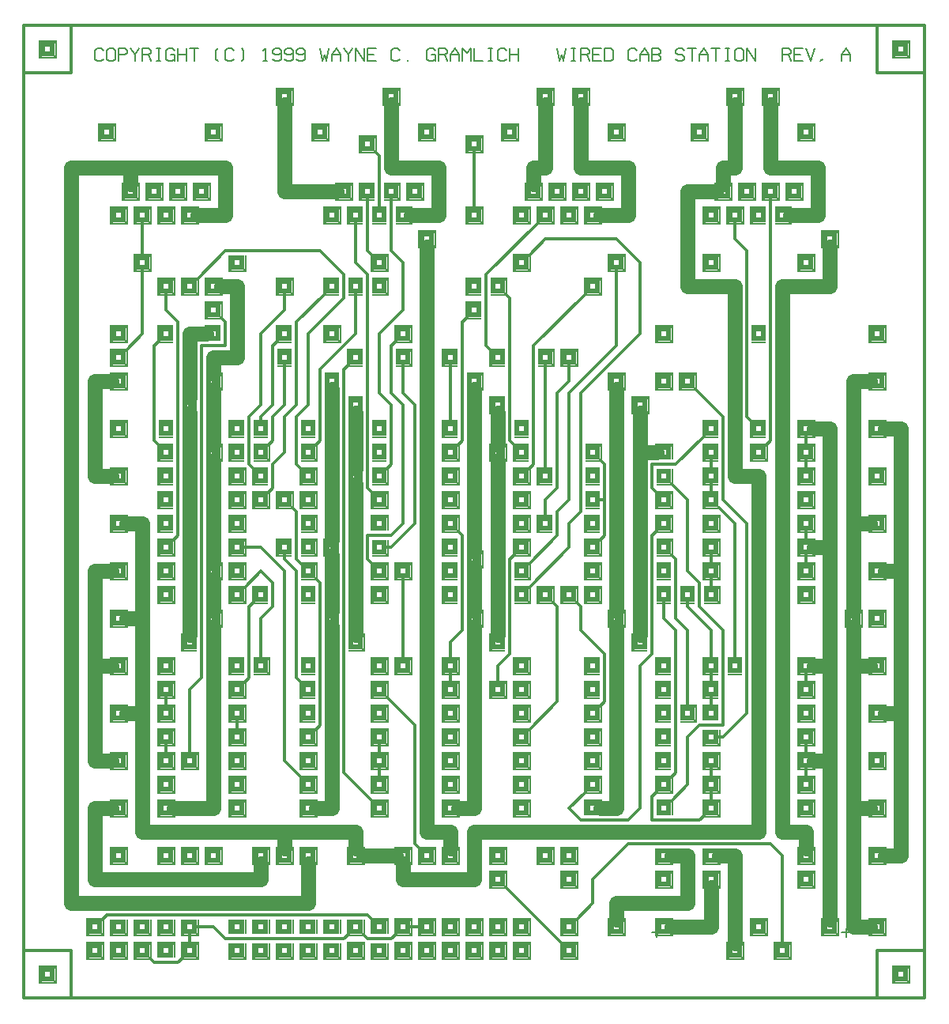
<source format=gtl>
%MOIN*%
%FSLAX23Y23*%
%ADD10C,.012*%
%ADD11C,.062*%
%ADD12C,.050X.024*%
%ADD13R,.062X.062X.024*%
%ADD14C,.016*%
%ADD15R,.008X.062*%
%ADD16R,.062X.008*%
%ADD17C,.008*%
%LPD*%
G90*X0Y0D02*D13*X100Y100D03*D14*X131Y131D03*      
Y69D03*X69Y131D03*Y69D03*D15*X135Y100D03*X65D03*  
D16*X100Y135D03*Y65D03*X200Y200D02*D10*Y0D01*     
X0D01*Y200D01*X200D01*D13*X300Y300D03*D14*        
X331Y331D03*Y269D03*X269Y331D03*Y269D03*D15*      
X335Y300D03*X265D03*D16*X300Y335D03*Y265D03*      
X331Y331D02*D10*X350Y350D01*X1450D01*X1469Y331D01*
D13*X1500Y300D03*D14*X1531Y331D03*X1469D03*D15*   
X1535Y300D03*X1465D03*D16*X1500Y335D03*           
X1550Y250D02*D10*X1450D01*X1431Y269D01*D13*       
X1400Y300D03*D14*X1431Y269D03*X1369D03*D15*       
X1435Y300D03*X1365D03*D16*X1400Y265D03*           
X1369Y269D02*D10*X1350Y250D01*X850D01*X800Y300D01*
X731D01*D13*X700D03*D14*X731Y269D03*X669D03*D15*  
X735Y300D03*X665D03*D16*X700Y265D03*Y269D02*D10*  
Y231D01*D13*Y200D03*D14*X731Y231D03*Y169D03*      
X669Y231D03*Y169D03*D15*X735Y200D03*X665D03*D16*  
X700Y235D03*Y165D03*X669Y169D02*D10*X650Y150D01*  
X550D01*X531Y169D01*D13*X500Y200D03*D14*          
X531Y231D03*Y169D03*X469Y231D03*Y169D03*D15*      
X535Y200D03*X465D03*D16*X500Y235D03*Y165D03*D13*  
X600Y300D03*D14*X631Y269D03*X569D03*D15*          
X635Y300D03*X565D03*D16*X600Y265D03*D13*          
X400Y300D03*D14*X431Y269D03*X369D03*D15*          
X435Y300D03*X365D03*D16*X400Y265D03*D13*          
X600Y200D03*D14*X631Y231D03*X569D03*D15*          
X635Y200D03*X565D03*D16*X600Y235D03*D13*          
X500Y300D03*D14*X531Y269D03*X469D03*D15*          
X535Y300D03*X465D03*D16*X500Y265D03*D13*          
X400Y200D03*D14*X431Y231D03*Y169D03*X369Y231D03*  
Y169D03*D15*X435Y200D03*X365D03*D16*X400Y235D03*  
Y165D03*D13*X300Y200D03*D14*X331Y231D03*Y169D03*  
X269Y231D03*Y169D03*D15*X335Y200D03*X265D03*D16*  
X300Y235D03*Y165D03*X200Y400D02*D11*X1200D01*     
Y569D01*D13*Y600D03*D14*X1231Y631D03*Y569D03*     
X1169Y631D03*Y569D03*D15*X1235Y600D03*X1165D03*   
D16*X1200Y635D03*Y565D03*X1100Y700D02*D11*Y631D01*
D13*Y600D03*D14*X1131Y631D03*Y569D03*X1069Y631D03*
Y569D03*D15*X1135Y600D03*X1065D03*D16*            
X1100Y635D03*Y565D03*X1000Y500D02*D11*X300D01*    
Y800D01*X369D01*D13*X400D03*D14*X431Y831D03*      
Y769D03*X369Y831D03*Y769D03*D15*X435Y800D03*      
X365D03*D16*X400Y835D03*Y765D03*X500Y700D02*D11*  
X1100D01*X1400D01*Y631D01*D13*Y600D03*D14*        
X1431Y631D03*Y569D03*X1369Y631D03*Y569D03*D15*    
X1435Y600D03*X1365D03*D16*X1400Y635D03*Y565D03*   
X1431Y600D02*D11*X1569D01*D13*X1600D03*D14*       
X1631Y631D03*Y569D03*X1569Y631D03*Y569D03*D15*    
X1635Y600D03*X1565D03*D16*X1600Y635D03*Y565D03*   
Y569D02*D11*Y500D01*X1900D01*Y700D01*X3100D01*    
Y2200D01*X3000D01*Y3000D01*X2800D01*Y3400D01*     
X2919D01*D13*X2950D03*D14*X2981Y3431D03*Y3369D03* 
X2919Y3431D03*Y3369D03*D15*X2985Y3400D03*X2915D03*
D16*X2950Y3435D03*Y3365D03*Y3431D02*D11*Y3500D01* 
X3000D01*Y3769D01*D13*Y3800D03*D14*X3031Y3831D03* 
Y3769D03*X2969Y3831D03*Y3769D03*D15*X3035Y3800D03*
X2965D03*D16*X3000Y3835D03*Y3765D03*D13*          
X2850Y3650D03*D14*X2881Y3681D03*Y3619D03*         
X2819Y3681D03*Y3619D03*D15*X2885Y3650D03*X2815D03*
D16*X2850Y3685D03*Y3615D03*D13*X3150Y3800D03*D14* 
X3181Y3831D03*Y3769D03*X3119Y3831D03*Y3769D03*D15*
X3185Y3800D03*X3115D03*D16*X3150Y3835D03*Y3765D03*
Y3769D02*D11*Y3500D01*X3350D01*Y3300D01*X3231D01* 
D13*X3200D03*D14*X3231Y3331D03*Y3269D03*D15*      
X3235Y3300D03*D16*X3200Y3335D03*Y3265D03*D13*     
X3250Y3400D03*D14*X3281Y3431D03*Y3369D03*         
X3219Y3431D03*Y3369D03*D15*X3285Y3400D03*X3215D03*
D16*X3250Y3435D03*Y3365D03*D13*X3100Y3300D03*D14* 
X3069Y3331D03*Y3269D03*D15*X3065Y3300D03*D16*     
X3100Y3335D03*Y3265D03*D13*X3150Y3400D03*D14*     
X3181Y3431D03*Y3369D03*X3119Y3431D03*Y3369D03*D15*
X3185Y3400D03*X3115D03*D16*X3150Y3435D03*Y3365D03*
Y3369D02*D10*Y2350D01*X3131Y2331D01*D13*          
X3100Y2300D03*D14*X3131Y2331D03*Y2269D03*         
X3069Y2331D03*Y2269D03*D15*X3135Y2300D03*X3065D03*
D16*X3100Y2335D03*Y2265D03*D13*Y2400D03*D14*      
X3069Y2431D03*Y2369D03*D15*X3065Y2400D03*D16*     
X3100Y2435D03*Y2365D03*X3069Y2431D02*D10*         
X3050Y2450D01*Y3150D01*X3000Y3200D01*Y3269D01*D13*
Y3300D03*D14*X3031Y3331D03*Y3269D03*X2969Y3331D03*
Y3269D03*D15*X3035Y3300D03*X2965D03*D16*          
X3000Y3335D03*Y3265D03*D13*X3050Y3400D03*D14*     
X3081Y3431D03*Y3369D03*X3019Y3431D03*Y3369D03*D15*
X3085Y3400D03*X3015D03*D16*X3050Y3435D03*Y3365D03*
D13*X2900Y3300D03*D14*X2931Y3331D03*Y3269D03*     
X2869Y3331D03*Y3269D03*D15*X2935Y3300D03*X2865D03*
D16*X2900Y3335D03*Y3265D03*D13*Y3100D03*D14*      
X2931Y3131D03*Y3069D03*X2869Y3131D03*Y3069D03*D15*
X2935Y3100D03*X2865D03*D16*X2900Y3135D03*Y3065D03*
D13*X3300Y3100D03*D14*X3331Y3131D03*Y3069D03*     
X3269Y3131D03*Y3069D03*D15*X3335Y3100D03*X3265D03*
D16*X3300Y3135D03*Y3065D03*X3200Y3000D02*D11*     
Y700D01*X3300D01*Y631D01*D13*Y600D03*D14*         
X3331Y631D03*Y569D03*X3269Y631D03*Y569D03*D15*    
X3335Y600D03*X3265D03*D16*X3300Y635D03*Y565D03*   
X3200Y600D02*D10*Y231D01*D13*Y200D03*D14*         
X3231Y231D03*Y169D03*X3169Y231D03*Y169D03*D15*    
X3235Y200D03*X3165D03*D16*X3200Y235D03*Y165D03*   
D13*X3100Y300D03*D14*X3131Y331D03*Y269D03*        
X3069Y331D03*Y269D03*D15*X3135Y300D03*X3065D03*   
D16*X3100Y335D03*Y265D03*D13*X3000Y200D03*D14*    
X3031Y231D03*Y169D03*X2969Y231D03*Y169D03*D15*    
X3035Y200D03*X2965D03*D16*X3000Y235D03*Y165D03*   
Y231D02*D11*Y600D01*X2931D01*D13*X2900D03*D14*    
X2931Y569D03*X2869D03*D15*X2935Y600D03*X2865D03*  
D16*X2900Y565D03*X2800Y600D02*D11*Y400D01*        
X2500D01*Y331D01*D13*Y300D03*D14*X2531Y331D03*    
Y269D03*X2469Y331D03*Y269D03*D15*X2535Y300D03*    
X2465D03*D16*X2500Y335D03*Y265D03*X2400Y400D02*   
D10*X2331Y331D01*D13*X2300Y300D03*D14*            
X2331Y331D03*Y269D03*X2269Y331D03*Y269D03*D15*    
X2335Y300D03*X2265D03*D16*X2300Y335D03*Y265D03*   
X2400Y400D02*D10*Y500D01*X2550Y650D01*X3150D01*   
X3200Y600D01*D13*X3300Y500D03*D14*X3331Y531D03*   
Y469D03*X3269Y531D03*Y469D03*D15*X3335Y500D03*    
X3265D03*D16*X3300Y535D03*Y465D03*D13*Y800D03*D14*
X3331Y831D03*Y769D03*X3269Y831D03*Y769D03*D15*    
X3335Y800D03*X3265D03*D16*X3300Y835D03*Y765D03*   
X3500Y300D02*D11*X3569D01*D13*X3600D03*D14*       
X3631Y331D03*Y269D03*X3569Y331D03*Y269D03*D15*    
X3635Y300D03*X3565D03*D16*X3600Y335D03*Y265D03*   
X3500Y300D02*D11*Y800D01*X3569D01*D13*X3600D03*   
D14*X3631Y831D03*Y769D03*X3569Y831D03*Y769D03*D15*
X3635Y800D03*X3565D03*D16*X3600Y835D03*Y765D03*   
X3500Y800D02*D11*Y1400D01*X3569D01*D13*X3600D03*  
D14*X3631Y1431D03*Y1369D03*X3569Y1431D03*Y1369D03*
D15*X3635Y1400D03*X3565D03*D16*X3600Y1435D03*     
Y1365D03*X3500Y1400D02*D11*Y1569D01*D13*Y1600D03* 
D14*X3531Y1631D03*Y1569D03*X3469Y1631D03*Y1569D03*
D15*X3535Y1600D03*X3465D03*D16*X3500Y1635D03*     
Y1565D03*Y1631D02*D11*Y2000D01*X3569D01*D13*      
X3600D03*D14*X3631Y2031D03*Y1969D03*X3569Y2031D03*
Y1969D03*D15*X3635Y2000D03*X3565D03*D16*          
X3600Y2035D03*Y1965D03*X3500Y2000D02*D11*Y2600D01*
X3569D01*D13*X3600D03*D14*X3631Y2631D03*Y2569D03* 
X3569Y2631D03*Y2569D03*D15*X3635Y2600D03*X3565D03*
D16*X3600Y2635D03*Y2565D03*X3400Y2400D02*D11*     
Y1900D01*Y1400D01*Y1000D01*Y331D01*D13*Y300D03*   
D14*X3431Y331D03*Y269D03*X3369Y331D03*Y269D03*D15*
X3435Y300D03*X3365D03*D16*X3400Y335D03*Y265D03*   
X3450Y277D02*D17*X3486D01*X3468Y295D02*Y259D01*   
X3600Y200D02*D10*Y0D01*X200D01*X0Y200D02*Y3900D01*
X200D01*Y4100D01*X0D01*Y3900D01*D13*X100Y4000D03* 
D14*X131Y4031D03*Y3969D03*X69Y4031D03*Y3969D03*   
D15*X135Y4000D03*X65D03*D16*X100Y4035D03*Y3965D03*
X200Y4100D02*D10*X3600D01*Y3900D01*X3800D01*      
Y200D01*Y0D01*X3600D01*D13*X3700Y100D03*D14*      
X3731Y131D03*Y69D03*X3669Y131D03*Y69D03*D15*      
X3735Y100D03*X3665D03*D16*X3700Y135D03*Y65D03*    
X3800Y200D02*D10*X3600D01*X3450Y277D02*D17*       
X3486D01*X3468Y295D02*Y259D01*X3700Y600D02*D11*   
X3631D01*D13*X3600D03*D14*X3631Y631D03*Y569D03*   
X3569Y631D03*Y569D03*D15*X3635Y600D03*X3565D03*   
D16*X3600Y635D03*Y565D03*X3700Y600D02*D11*        
Y1200D01*X3631D01*D13*X3600D03*D14*X3631Y1231D03* 
Y1169D03*X3569Y1231D03*Y1169D03*D15*X3635Y1200D03*
X3565D03*D16*X3600Y1235D03*Y1165D03*X3700Y1200D02*
D11*Y1800D01*X3631D01*D13*X3600D03*D14*           
X3631Y1831D03*Y1769D03*X3569Y1831D03*Y1769D03*D15*
X3635Y1800D03*X3565D03*D16*X3600Y1835D03*Y1765D03*
X3700Y1800D02*D11*Y2400D01*X3631D01*D13*X3600D03* 
D14*X3631Y2431D03*Y2369D03*X3569Y2431D03*Y2369D03*
D15*X3635Y2400D03*X3565D03*D16*X3600Y2435D03*     
Y2365D03*X3400Y2400D02*D11*X3331D01*D13*X3300D03* 
D14*X3331Y2431D03*Y2369D03*X3269Y2431D03*Y2369D03*
D15*X3335Y2400D03*X3265D03*D16*X3300Y2435D03*     
Y2365D03*Y2369D02*D10*Y2331D01*D13*Y2300D03*D14*  
X3331Y2331D03*Y2269D03*X3269Y2331D03*Y2269D03*D15*
X3335Y2300D03*X3265D03*D16*X3300Y2335D03*Y2265D03*
Y2269D02*D10*Y2231D01*D13*Y2200D03*D14*           
X3331Y2231D03*Y2169D03*X3269Y2231D03*Y2169D03*D15*
X3335Y2200D03*X3265D03*D16*X3300Y2235D03*Y2165D03*
D13*Y2100D03*D14*X3331Y2131D03*Y2069D03*          
X3269Y2131D03*Y2069D03*D15*X3335Y2100D03*X3265D03*
D16*X3300Y2135D03*Y2065D03*D13*Y2000D03*D14*      
X3331Y2031D03*Y1969D03*X3269Y2031D03*Y1969D03*D15*
X3335Y2000D03*X3265D03*D16*X3300Y2035D03*Y1965D03*
Y1969D02*D10*Y1931D01*D13*Y1900D03*D14*           
X3331Y1931D03*Y1869D03*X3269Y1931D03*Y1869D03*D15*
X3335Y1900D03*X3265D03*D16*X3300Y1935D03*Y1865D03*
Y1869D02*D10*Y1831D01*D13*Y1800D03*D14*           
X3331Y1831D03*Y1769D03*X3269Y1831D03*Y1769D03*D15*
X3335Y1800D03*X3265D03*D16*X3300Y1835D03*Y1765D03*
X3400Y1900D02*D11*X3331D01*D13*X3300Y1700D03*D14* 
X3331Y1731D03*Y1669D03*X3269Y1731D03*Y1669D03*D15*
X3335Y1700D03*X3265D03*D16*X3300Y1735D03*Y1665D03*
X3050Y2000D02*D10*Y1200D01*X2950Y1100D01*X2931D01*
D13*X2900D03*D14*X2931Y1069D03*X2869D03*D15*      
X2935Y1100D03*X2865D03*D16*X2900Y1065D03*         
X2950Y1150D02*D10*X2850D01*X2800Y1100D01*Y900D01* 
X2731Y831D01*D13*X2700Y800D03*D14*X2731Y831D03*   
D15*X2735Y800D03*D16*X2700Y835D03*X2650Y850D02*   
D10*Y750D01*X2850D01*X2869Y769D01*D13*            
X2900Y800D03*D14*X2931Y831D03*Y769D03*            
X2869Y831D03*Y769D03*D15*X2935Y800D03*X2865D03*   
D16*X2900Y835D03*Y765D03*Y831D02*D10*Y869D01*D13* 
Y900D03*D14*X2931Y931D03*Y869D03*X2869Y931D03*    
Y869D03*D15*X2935Y900D03*X2865D03*D16*            
X2900Y935D03*Y865D03*Y931D02*D10*Y969D01*D13*     
Y1000D03*D14*X2931Y1031D03*Y969D03*X2869Y1031D03* 
Y969D03*D15*X2935Y1000D03*X2865D03*D16*           
X2900Y1035D03*Y965D03*X2950Y1150D02*D10*Y1550D01* 
X2850Y1650D01*Y1750D01*X2800Y1800D01*Y2100D01*    
X2731Y2169D01*D13*X2700Y2200D03*D14*X2731Y2169D03*
D15*X2735Y2200D03*D16*X2700Y2165D03*X2750Y2250D02*
D10*X2650D01*Y2150D01*X2669Y2131D01*D13*          
X2700Y2100D03*D14*X2731Y2131D03*Y2069D03*         
X2669Y2131D03*Y2069D03*D15*X2735Y2100D03*X2665D03*
D16*X2700Y2135D03*Y2065D03*D13*Y2000D03*D14*      
X2731Y2031D03*Y1969D03*X2669Y2031D03*Y1969D03*D15*
X2735Y2000D03*X2665D03*D16*X2700Y2035D03*Y1965D03*
X2669Y1969D02*D10*X2650Y1950D01*Y1450D01*         
X2600Y1400D01*Y800D01*X2550Y750D01*X2350D01*      
X2300Y800D01*X2369Y869D01*D13*X2400Y900D03*D14*   
X2431Y931D03*Y869D03*X2369Y931D03*Y869D03*D15*    
X2435Y900D03*X2365D03*D16*X2400Y935D03*Y865D03*   
X2500Y800D02*D11*X2431D01*D13*X2400D03*D14*       
X2431Y831D03*X2369D03*D15*X2435Y800D03*X2365D03*  
D16*X2400Y835D03*X2500Y800D02*D11*Y1569D01*D13*   
Y1600D03*D14*X2531Y1631D03*Y1569D03*X2469Y1631D03*
Y1569D03*D15*X2535Y1600D03*X2465D03*D16*          
X2500Y1635D03*Y1565D03*Y1631D02*D11*Y2569D01*D13* 
Y2600D03*D14*X2531Y2631D03*Y2569D03*X2469Y2631D03*
Y2569D03*D15*X2535Y2600D03*X2465D03*D16*          
X2500Y2635D03*Y2565D03*D13*X2600Y2500D03*D14*     
X2631Y2531D03*Y2469D03*X2569Y2531D03*Y2469D03*D15*
X2635Y2500D03*X2565D03*D16*X2600Y2535D03*Y2465D03*
Y2469D02*D11*Y2300D01*Y1531D01*D13*Y1500D03*D14*  
X2569Y1531D03*Y1469D03*D15*X2565Y1500D03*D16*     
X2600Y1535D03*Y1465D03*D13*X2700Y1400D03*D14*     
X2669Y1431D03*Y1369D03*D15*X2665Y1400D03*D16*     
X2700Y1435D03*Y1365D03*Y1600D02*D10*X2750Y1550D01*
Y950D01*X2731Y931D01*D13*X2700Y900D03*D14*        
X2731Y931D03*Y869D03*X2669Y931D03*Y869D03*D15*    
X2735Y900D03*X2665D03*D16*X2700Y935D03*Y865D03*   
X2669Y869D02*D10*X2650Y850D01*D13*X2700Y1000D03*  
D14*X2669Y1031D03*Y969D03*D15*X2665Y1000D03*D16*  
X2700Y1035D03*Y965D03*D13*X2400Y1100D03*D14*      
X2431Y1131D03*Y1069D03*X2369Y1131D03*Y1069D03*D15*
X2435Y1100D03*X2365D03*D16*X2400Y1135D03*Y1065D03*
D13*Y1000D03*D14*X2431Y1031D03*Y969D03*           
X2369Y1031D03*Y969D03*D15*X2435Y1000D03*X2365D03* 
D16*X2400Y1035D03*Y965D03*D13*X2700Y1100D03*D14*  
X2669Y1131D03*Y1069D03*D15*X2665Y1100D03*D16*     
X2700Y1135D03*Y1065D03*D13*Y600D03*D14*           
X2731Y569D03*X2669D03*D15*X2735Y600D03*X2665D03*  
D16*X2700Y565D03*X2731Y600D02*D11*X2800D01*D13*   
X2900Y500D03*D14*X2931Y531D03*Y469D03*            
X2869Y531D03*Y469D03*D15*X2935Y500D03*X2865D03*   
D16*X2900Y535D03*Y465D03*Y469D02*D11*Y300D01*     
X2731D01*D13*X2700D03*D14*X2731Y331D03*Y269D03*   
X2669Y331D03*Y269D03*D15*X2735Y300D03*X2665D03*   
D16*X2700Y335D03*Y265D03*X2650Y277D02*D17*        
X2686D01*X2668Y295D02*Y259D01*D13*X2700Y500D03*   
D14*X2731Y531D03*Y469D03*X2669Y531D03*Y469D03*D15*
X2735Y500D03*X2665D03*D16*X2700Y535D03*Y465D03*   
D13*X2300Y600D03*D14*X2331Y631D03*Y569D03*        
X2269Y631D03*Y569D03*D15*X2335Y600D03*X2265D03*   
D16*X2300Y635D03*Y565D03*D13*Y500D03*D14*         
X2331Y531D03*Y469D03*X2269Y531D03*Y469D03*D15*    
X2335Y500D03*X2265D03*D16*X2300Y535D03*Y465D03*   
D13*Y200D03*D14*X2331Y231D03*Y169D03*X2269Y231D03*
Y169D03*D15*X2335Y200D03*X2265D03*D16*            
X2300Y235D03*Y165D03*X2269Y231D02*D10*            
X2031Y469D01*D13*X2000Y500D03*D14*X2031Y531D03*   
Y469D03*X1969Y531D03*Y469D03*D15*X2035Y500D03*    
X1965D03*D16*X2000Y535D03*Y465D03*D13*Y600D03*D14*
X2031Y631D03*Y569D03*X1969Y631D03*Y569D03*D15*    
X2035Y600D03*X1965D03*D16*X2000Y635D03*Y565D03*   
X1800Y700D02*D11*Y631D01*D13*Y600D03*D14*         
X1831Y631D03*Y569D03*X1769Y631D03*Y569D03*D15*    
X1835Y600D03*X1765D03*D16*X1800Y635D03*Y565D03*   
X1700Y700D02*D11*X1800D01*X1900Y800D02*X1831D01*  
D13*X1800D03*D14*X1831Y831D03*Y769D03*            
X1769Y831D03*Y769D03*D15*X1835Y800D03*X1765D03*   
D16*X1800Y835D03*Y765D03*X1700Y700D02*D11*        
Y3169D01*D13*Y3200D03*D14*X1731Y3231D03*Y3169D03* 
X1669Y3231D03*Y3169D03*D15*X1735Y3200D03*X1665D03*
D16*X1700Y3235D03*Y3165D03*D13*X1600Y3300D03*D14* 
X1631Y3331D03*Y3269D03*D15*X1635Y3300D03*D16*     
X1600Y3335D03*Y3265D03*X1631Y3300D02*D11*X1750D01*
Y3500D01*X1550D01*Y3769D01*D13*Y3800D03*D14*      
X1581Y3831D03*Y3769D03*X1519Y3831D03*Y3769D03*D15*
X1585Y3800D03*X1515D03*D16*X1550Y3835D03*Y3765D03*
D13*X1700Y3650D03*D14*X1731Y3681D03*Y3619D03*     
X1669Y3681D03*Y3619D03*D15*X1735Y3650D03*X1665D03*
D16*X1700Y3685D03*Y3615D03*D13*X1450Y3600D03*D14* 
X1481Y3631D03*Y3569D03*X1419Y3631D03*Y3569D03*D15*
X1485Y3600D03*X1415D03*D16*X1450Y3635D03*Y3565D03*
X1481Y3569D02*D10*X1500Y3550D01*Y3331D01*D13*     
Y3300D03*D16*Y3335D03*Y3265D03*D13*X1550Y3400D03* 
D14*X1581Y3431D03*Y3369D03*D15*X1585Y3400D03*D16* 
X1550Y3435D03*Y3365D03*Y3369D02*D10*Y3150D01*     
X1600Y3100D01*Y2900D01*X1500Y2800D01*Y2550D01*    
X1550Y2500D01*Y2250D01*X1531Y2231D01*D13*         
X1500Y2200D03*D14*X1531Y2231D03*Y2169D03*D15*     
X1535Y2200D03*D16*X1500Y2235D03*Y2165D03*         
X1450Y2150D02*D10*X1469Y2131D01*D13*X1500Y2100D03*
D14*X1531Y2131D03*Y2069D03*X1469Y2131D03*Y2069D03*
D15*X1535Y2100D03*X1465D03*D16*X1500Y2135D03*     
Y2065D03*X1450Y2150D02*D10*Y3050D01*X1400Y3100D01*
Y3269D01*D13*Y3300D03*D14*X1369Y3331D03*Y3269D03* 
D15*X1365Y3300D03*D16*X1400Y3335D03*Y3265D03*D13* 
X1450Y3400D03*D14*X1419Y3431D03*Y3369D03*D15*     
X1415Y3400D03*D16*X1450Y3435D03*Y3365D03*Y3369D02*
D10*Y3150D01*X1469Y3131D01*D13*X1500Y3100D03*D14* 
X1531Y3131D03*Y3069D03*X1469Y3131D03*Y3069D03*D15*
X1535Y3100D03*X1465D03*D16*X1500Y3135D03*Y3065D03*
D13*X1400Y3000D03*D16*Y3035D03*Y2965D03*Y2969D02* 
D10*Y2800D01*X1250Y2650D01*Y2350D01*X1231Y2331D01*
D13*X1200Y2300D03*D14*X1231Y2331D03*Y2269D03*D15* 
X1235Y2300D03*D16*X1200Y2335D03*Y2265D03*         
X1150Y2250D02*D10*X1169Y2231D01*D13*X1200Y2200D03*
D14*X1231Y2231D03*Y2169D03*X1169Y2231D03*Y2169D03*
D15*X1235Y2200D03*X1165D03*D16*X1200Y2235D03*     
Y2165D03*X1150Y2250D02*D10*Y2450D01*X1200Y2500D01*
Y2800D01*X1350Y2950D01*Y3050D01*X1250Y3150D01*    
X850D01*X731Y3031D01*D13*X700Y3000D03*D14*        
X731Y3031D03*Y2969D03*X669Y3031D03*Y2969D03*D15*  
X735Y3000D03*X665D03*D16*X700Y3035D03*Y2965D03*   
D13*X800Y2900D03*D14*X831Y2931D03*Y2869D03*       
X769Y2931D03*Y2869D03*D15*X835Y2900D03*X765D03*   
D16*X800Y2935D03*Y2865D03*X831Y2869D02*D10*       
X850Y2850D01*Y2750D01*X750D01*Y1350D01*           
X700Y1300D01*Y1031D01*D13*Y1000D03*D14*           
X731Y1031D03*Y969D03*X669Y1031D03*Y969D03*D15*    
X735Y1000D03*X665D03*D16*X700Y1035D03*Y965D03*D13*
X600Y1100D03*D14*X631Y1131D03*Y1069D03*           
X569Y1131D03*Y1069D03*D15*X635Y1100D03*X565D03*   
D16*X600Y1135D03*Y1065D03*Y1069D02*D10*Y1031D01*  
D13*Y1000D03*D14*X631Y1031D03*Y969D03*            
X569Y1031D03*Y969D03*D15*X635Y1000D03*X565D03*D16*
X600Y1035D03*Y965D03*D13*Y900D03*D14*X631Y931D03* 
Y869D03*X569Y931D03*Y869D03*D15*X635Y900D03*      
X565D03*D16*X600Y935D03*Y865D03*X800Y800D02*D11*  
X631D01*D13*X600D03*D14*X631Y831D03*Y769D03*      
X569Y831D03*Y769D03*D15*X635Y800D03*X565D03*D16*  
X600Y835D03*Y765D03*X500Y700D02*D11*Y1200D01*     
X431D01*D13*X400D03*D14*X431Y1231D03*Y1169D03*    
X369Y1231D03*Y1169D03*D15*X435Y1200D03*X365D03*   
D16*X400Y1235D03*Y1165D03*X500Y1200D02*D11*       
Y1600D01*X431D01*D13*X400D03*D14*X431Y1631D03*    
Y1569D03*X369Y1631D03*Y1569D03*D15*X435Y1600D03*  
X365D03*D16*X400Y1635D03*Y1565D03*X500Y1600D02*   
D11*Y2000D01*X431D01*D13*X400D03*D14*X431Y2031D03*
Y1969D03*X369Y2031D03*Y1969D03*D15*X435Y2000D03*  
X365D03*D16*X400Y2035D03*Y1965D03*D13*            
X600Y1800D03*D14*X631Y1831D03*Y1769D03*           
X569Y1831D03*Y1769D03*D15*X635Y1800D03*X565D03*   
D16*X600Y1835D03*Y1765D03*D13*Y2200D03*D14*       
X569Y2231D03*Y2169D03*D15*X565Y2200D03*D16*       
X600Y2235D03*Y2165D03*D13*Y1900D03*D14*           
X631Y1931D03*Y1869D03*X569Y1931D03*Y1869D03*D15*  
X635Y1900D03*X565D03*D16*X600Y1935D03*Y1865D03*   
X631Y1931D02*D10*X650Y1950D01*Y2850D01*           
X600Y2900D01*Y2969D01*D13*Y3000D03*D14*           
X631Y3031D03*Y2969D03*X569Y3031D03*Y2969D03*D15*  
X635Y3000D03*X565D03*D16*X600Y3035D03*Y2965D03*   
D13*X500Y3100D03*D14*X531Y3131D03*Y3069D03*       
X469Y3131D03*Y3069D03*D15*X535Y3100D03*X465D03*   
D16*X500Y3135D03*Y3065D03*Y3069D02*D10*Y2800D01*  
X431Y2731D01*D13*X400Y2700D03*D14*X431Y2731D03*   
Y2669D03*X369Y2731D03*Y2669D03*D15*X435Y2700D03*  
X365D03*D16*X400Y2735D03*Y2665D03*X300Y2600D02*   
D11*Y2200D01*X369D01*D13*X400D03*D14*X431Y2231D03*
Y2169D03*X369Y2231D03*Y2169D03*D15*X435Y2200D03*  
X365D03*D16*X400Y2235D03*Y2165D03*X550Y2350D02*   
D10*X569Y2331D01*D13*X600Y2300D03*D14*            
X569Y2331D03*Y2269D03*D15*X565Y2300D03*D16*       
X600Y2335D03*Y2265D03*X550Y2350D02*D10*Y2750D01*  
X569Y2769D01*D13*X600Y2800D03*D14*X569Y2831D03*   
Y2769D03*D15*X565Y2800D03*D16*X600Y2835D03*       
Y2765D03*X700Y2800D02*D11*Y2531D01*D13*Y2500D03*  
D16*Y2535D03*Y2465D03*Y2469D02*D11*Y1531D01*D13*  
Y1500D03*D14*X669Y1531D03*Y1469D03*D15*           
X665Y1500D03*D16*X700Y1535D03*Y1465D03*D13*       
X800Y1600D03*D14*X831Y1631D03*Y1569D03*D15*       
X835Y1600D03*D16*X800Y1635D03*Y1565D03*Y1569D02*  
D11*Y800D01*D13*X900Y900D03*D14*X931Y931D03*      
Y869D03*X869Y931D03*Y869D03*D15*X935Y900D03*      
X865D03*D16*X900Y935D03*Y865D03*D13*Y800D03*D14*  
X931Y831D03*Y769D03*X869Y831D03*Y769D03*D15*      
X935Y800D03*X865D03*D16*X900Y835D03*Y765D03*D13*  
X1000Y600D03*D14*X1031Y631D03*Y569D03*X969Y631D03*
Y569D03*D15*X1035Y600D03*X965D03*D16*X1000Y635D03*
Y565D03*Y569D02*D11*Y500D01*D13*X1200Y300D03*D15* 
X1235D03*X1165D03*D13*X800Y600D03*D14*X831Y631D03*
Y569D03*X769Y631D03*Y569D03*D15*X835Y600D03*      
X765D03*D16*X800Y635D03*Y565D03*D13*X900Y300D03*  
D15*X935D03*X865D03*D13*X1000D03*D15*X1035D03*    
X965D03*D13*X1100D03*D15*X1135D03*X1065D03*D13*   
X1300Y200D03*D14*X1331Y169D03*X1269D03*D15*       
X1335Y200D03*X1265D03*D16*X1300Y165D03*Y800D02*   
D11*X1231D01*D13*X1200D03*D14*X1231Y831D03*       
Y769D03*X1169Y831D03*Y769D03*D15*X1235Y800D03*    
X1165D03*D16*X1200Y835D03*Y765D03*X1300Y800D02*   
D11*Y1569D01*D13*Y1600D03*D16*Y1635D03*Y1565D03*  
Y1631D02*D11*Y1869D01*D13*Y1900D03*D14*           
X1269Y1931D03*Y1869D03*D15*X1265Y1900D03*D16*     
X1300Y1935D03*Y1865D03*Y1931D02*D11*Y2569D01*D13* 
Y2600D03*D16*Y2635D03*Y2565D03*X1350Y2650D02*D10* 
Y950D01*X1469Y831D01*D13*X1500Y800D03*D14*        
X1531Y831D03*Y769D03*X1469Y831D03*Y769D03*D15*    
X1535Y800D03*X1465D03*D16*X1500Y835D03*Y765D03*   
D13*Y900D03*D14*X1531Y931D03*Y869D03*X1469Y931D03*
Y869D03*D15*X1535Y900D03*X1465D03*D16*            
X1500Y935D03*Y865D03*Y931D02*D10*Y969D01*D13*     
Y1000D03*D14*X1531Y1031D03*Y969D03*X1469Y1031D03* 
Y969D03*D15*X1535Y1000D03*X1465D03*D16*           
X1500Y1035D03*Y965D03*Y1031D02*D10*Y1069D01*D13*  
Y1100D03*D14*X1531Y1131D03*Y1069D03*X1469Y1131D03*
Y1069D03*D15*X1535Y1100D03*X1465D03*D16*          
X1500Y1135D03*Y1065D03*D13*Y1200D03*D14*          
X1531Y1231D03*Y1169D03*X1469Y1231D03*Y1169D03*D15*
X1535Y1200D03*X1465D03*D16*X1500Y1235D03*Y1165D03*
X1650Y1150D02*D10*Y650D01*X1669Y631D01*D13*       
X1700Y600D03*D14*X1731Y631D03*Y569D03*            
X1669Y631D03*Y569D03*D15*X1735Y600D03*X1665D03*   
D16*X1700Y635D03*Y565D03*X1900Y800D02*D11*        
Y1569D01*D13*Y1600D03*D14*X1931Y1631D03*Y1569D03* 
D15*X1935Y1600D03*D16*X1900Y1635D03*Y1565D03*     
Y1631D02*D11*Y1819D01*D13*Y1850D03*D14*           
X1931Y1881D03*Y1819D03*D15*X1935Y1850D03*D16*     
X1900Y1885D03*Y1815D03*Y1881D02*D11*Y2569D01*D13* 
Y2600D03*D14*X1931Y2631D03*Y2569D03*D15*          
X1935Y2600D03*D16*X1900Y2635D03*Y2565D03*D13*     
X2000Y2500D03*D14*X1969Y2531D03*Y2469D03*D15*     
X1965Y2500D03*D16*X2000Y2535D03*Y2465D03*Y2469D02*
D11*Y2331D01*D13*Y2300D03*D14*X2031Y2331D03*      
Y2269D03*X1969Y2331D03*Y2269D03*D15*X2035Y2300D03*
X1965D03*D16*X2000Y2335D03*Y2265D03*Y2269D02*D11* 
Y1531D01*D13*Y1500D03*D14*X1969Y1531D03*Y1469D03* 
D15*X1965Y1500D03*D16*X2000Y1535D03*Y1465D03*     
X2050Y1450D02*D10*X2000Y1400D01*Y1331D01*D13*     
Y1300D03*D14*X2031Y1331D03*Y1269D03*X1969Y1331D03*
Y1269D03*D15*X2035Y1300D03*X1965D03*D16*          
X2000Y1335D03*Y1265D03*D13*X2100Y1200D03*D14*     
X2131Y1231D03*Y1169D03*X2069Y1231D03*Y1169D03*D15*
X2135Y1200D03*X2065D03*D16*X2100Y1235D03*Y1165D03*
D13*Y1400D03*D14*X2131Y1431D03*Y1369D03*          
X2069Y1431D03*Y1369D03*D15*X2135Y1400D03*X2065D03*
D16*X2100Y1435D03*Y1365D03*D13*Y1300D03*D14*      
X2131Y1331D03*Y1269D03*X2069Y1331D03*Y1269D03*D15*
X2135Y1300D03*X2065D03*D16*X2100Y1335D03*Y1265D03*
X2050Y1450D02*D10*Y1850D01*X2069Y1869D01*D13*     
X2100Y1900D03*D14*X2131Y1931D03*Y1869D03*         
X2069Y1931D03*Y1869D03*D15*X2135Y1900D03*X2065D03*
D16*X2100Y1935D03*Y1865D03*D13*X2200Y2000D03*D14* 
X2169Y2031D03*Y1969D03*D15*X2165Y2000D03*D16*     
X2200Y2035D03*Y1965D03*Y2031D02*D10*Y2100D01*     
X2250Y2150D01*Y2550D01*X2300Y2600D01*Y2669D01*D13*
Y2700D03*D14*X2331Y2731D03*Y2669D03*X2269Y2731D03*
Y2669D03*D15*X2335Y2700D03*X2265D03*D16*          
X2300Y2735D03*Y2665D03*D13*X2200Y2700D03*D14*     
X2231Y2731D03*Y2669D03*D15*X2235Y2700D03*D16*     
X2200Y2735D03*Y2665D03*Y2669D02*D10*Y2231D01*D13* 
Y2200D03*D14*X2169Y2231D03*Y2169D03*D15*          
X2165Y2200D03*D16*X2200Y2235D03*Y2165D03*         
X2150Y2250D02*D10*X2131Y2231D01*D13*X2100Y2200D03*
D14*X2131Y2231D03*Y2169D03*X2069Y2231D03*Y2169D03*
D15*X2135Y2200D03*X2065D03*D16*X2100Y2235D03*     
Y2165D03*X2150Y2250D02*D10*Y2750D01*X2369Y2969D01*
D13*X2400Y3000D03*D14*X2431Y3031D03*Y2969D03*     
X2369Y3031D03*Y2969D03*D15*X2435Y3000D03*X2365D03*
D16*X2400Y3035D03*Y2965D03*D13*X2500Y3100D03*D14* 
X2531Y3131D03*Y3069D03*X2469Y3131D03*Y3069D03*D15*
X2535Y3100D03*X2465D03*D16*X2500Y3135D03*Y3065D03*
Y3069D02*D10*Y2750D01*X2300Y2550D01*Y2100D01*     
X2250Y2050D01*Y1950D01*X2131Y1831D01*D13*         
X2100Y1800D03*D14*X2131Y1831D03*Y1769D03*D15*     
X2135Y1800D03*D16*X2100Y1835D03*Y1765D03*D13*     
X2200Y1700D03*D14*X2231Y1731D03*Y1669D03*         
X2169Y1731D03*Y1669D03*D15*X2235Y1700D03*X2165D03*
D16*X2200Y1735D03*Y1665D03*X2231Y1669D02*D10*     
X2250Y1650D01*Y1250D01*X2131Y1131D01*D13*         
X2100Y1100D03*D14*X2131Y1131D03*Y1069D03*         
X2069Y1131D03*Y1069D03*D15*X2135Y1100D03*X2065D03*
D16*X2100Y1135D03*Y1065D03*D13*Y1000D03*D14*      
X2131Y1031D03*Y969D03*X2069Y1031D03*Y969D03*D15*  
X2135Y1000D03*X2065D03*D16*X2100Y1035D03*Y965D03* 
D13*Y900D03*D14*X2131Y931D03*Y869D03*X2069Y931D03*
Y869D03*D15*X2135Y900D03*X2065D03*D16*            
X2100Y935D03*Y865D03*D13*X2400Y1400D03*D14*       
X2369Y1431D03*Y1369D03*D15*X2365Y1400D03*D16*     
X2400Y1435D03*Y1365D03*D13*X1800Y1400D03*D14*     
X1831Y1431D03*Y1369D03*X1769Y1431D03*Y1369D03*D15*
X1835Y1400D03*X1765D03*D16*X1800Y1435D03*Y1365D03*
Y1369D02*D10*Y1331D01*D13*Y1300D03*D14*           
X1831Y1331D03*Y1269D03*X1769Y1331D03*Y1269D03*D15*
X1835Y1300D03*X1765D03*D16*X1800Y1335D03*Y1265D03*
Y1431D02*D10*Y1500D01*X1850Y1550D01*Y1950D01*     
X1831Y1969D01*D13*X1800Y2000D03*D14*X1831Y2031D03*
Y1969D03*X1769Y2031D03*Y1969D03*D15*X1835Y2000D03*
X1765D03*D16*X1800Y2035D03*Y1965D03*D13*Y2100D03* 
D14*X1831Y2131D03*Y2069D03*X1769Y2131D03*Y2069D03*
D15*X1835Y2100D03*X1765D03*D16*X1800Y2135D03*     
Y2065D03*D13*Y1900D03*D14*X1769Y1931D03*Y1869D03* 
D15*X1765Y1900D03*D16*X1800Y1935D03*Y1865D03*     
X1650Y2000D02*D10*X1550Y1900D01*X1531D01*D13*     
X1500D03*D14*X1531Y1869D03*D15*X1535Y1900D03*D16* 
X1500Y1865D03*X1550Y1950D02*D10*X1450D01*Y1850D01*
X1469Y1831D01*D13*X1500Y1800D03*D14*X1531Y1831D03*
Y1769D03*X1469Y1831D03*Y1769D03*D15*X1535Y1800D03*
X1465D03*D16*X1500Y1835D03*Y1765D03*D13*          
X1600Y1800D03*D14*X1631Y1831D03*Y1769D03*         
X1569Y1831D03*Y1769D03*D15*X1635Y1800D03*X1565D03*
D16*X1600Y1835D03*Y1765D03*Y1769D02*D10*Y1431D01* 
D13*Y1400D03*D14*X1631Y1431D03*Y1369D03*          
X1569Y1431D03*Y1369D03*D15*X1635Y1400D03*X1565D03*
D16*X1600Y1435D03*Y1365D03*D13*X1500Y1300D03*D14* 
X1531Y1331D03*Y1269D03*X1469Y1331D03*Y1269D03*D15*
X1535Y1300D03*X1465D03*D16*X1500Y1335D03*Y1265D03*
X1531Y1269D02*D10*X1650Y1150D01*D13*X1800Y1000D03*
D14*X1831Y1031D03*Y969D03*X1769Y1031D03*Y969D03*  
D15*X1835Y1000D03*X1765D03*D16*X1800Y1035D03*     
Y965D03*D13*Y1100D03*D14*X1831Y1131D03*Y1069D03*  
X1769Y1131D03*Y1069D03*D15*X1835Y1100D03*X1765D03*
D16*X1800Y1135D03*Y1065D03*D13*Y1200D03*D14*      
X1831Y1231D03*Y1169D03*X1769Y1231D03*Y1169D03*D15*
X1835Y1200D03*X1765D03*D16*X1800Y1235D03*Y1165D03*
D13*X1500Y1400D03*D14*X1531Y1431D03*Y1369D03*     
X1469Y1431D03*Y1369D03*D15*X1535Y1400D03*X1465D03*
D16*X1500Y1435D03*Y1365D03*D13*X1800Y900D03*D14*  
X1831Y931D03*Y869D03*X1769Y931D03*Y869D03*D15*    
X1835Y900D03*X1765D03*D16*X1800Y935D03*Y865D03*   
D13*X1400Y1500D03*D14*X1431Y1531D03*Y1469D03*D15* 
X1435Y1500D03*D16*X1400Y1535D03*Y1465D03*Y1531D02*
D11*Y2169D01*D13*Y2200D03*D16*Y2235D03*Y2165D03*  
Y2231D02*D11*Y2469D01*D13*Y2500D03*D16*Y2535D03*  
Y2465D03*D13*X1500Y2400D03*D16*Y2435D03*Y2365D03* 
X1550Y2550D02*D10*X1600Y2500D01*Y2000D01*         
X1550Y1950D01*D13*X1500Y2000D03*D14*X1531Y2031D03*
X1469D03*D15*X1535Y2000D03*X1465D03*D16*          
X1500Y2035D03*X1650Y2000D02*D10*Y2500D01*         
X1600Y2550D01*Y2669D01*D13*Y2700D03*D14*          
X1631Y2731D03*Y2669D03*D15*X1635Y2700D03*D16*     
X1600Y2735D03*Y2665D03*X1550Y2750D02*D10*Y2550D01*
D13*X1400Y2700D03*D14*X1369Y2731D03*Y2669D03*D15* 
X1365Y2700D03*D16*X1400Y2735D03*Y2665D03*         
X1369Y2669D02*D10*X1350Y2650D01*D13*X1300Y2800D03*
D14*X1331Y2831D03*Y2769D03*X1269Y2831D03*Y2769D03*
D15*X1335Y2800D03*X1265D03*D16*X1300Y2835D03*     
Y2765D03*X1150Y2850D02*D10*Y2500D01*X1100Y2450D01*
Y2300D01*X1050Y2250D01*Y2150D01*X1031Y2131D01*D13*
X1000Y2100D03*D14*X1031Y2131D03*Y2069D03*         
X969Y2131D03*Y2069D03*D15*X1035Y2100D03*X965D03*  
D16*X1000Y2135D03*Y2065D03*D13*X900Y2200D03*D14*  
X931Y2231D03*Y2169D03*X869Y2231D03*Y2169D03*D15*  
X935Y2200D03*X865D03*D16*X900Y2235D03*Y2165D03*   
D13*Y2000D03*D14*X931Y2031D03*Y1969D03*           
X869Y2031D03*Y1969D03*D15*X935Y2000D03*X865D03*   
D16*X900Y2035D03*Y1965D03*D13*X1100Y2100D03*D14*  
X1131Y2131D03*Y2069D03*X1069Y2131D03*Y2069D03*D15*
X1135Y2100D03*X1065D03*D16*X1100Y2135D03*Y2065D03*
X1131Y2069D02*D10*X1150Y2050D01*Y1850D01*         
X1169Y1831D01*D13*X1200Y1800D03*D14*X1231Y1831D03*
Y1769D03*D15*X1235Y1800D03*D16*X1200Y1835D03*     
Y1765D03*X1231Y1769D02*D10*X1250Y1750D01*Y1150D01*
X1231Y1131D01*D13*X1200Y1100D03*D14*X1231Y1131D03*
Y1069D03*X1169Y1131D03*Y1069D03*D15*X1235Y1100D03*
X1165D03*D16*X1200Y1135D03*Y1065D03*X1100Y1000D02*
D10*X1169Y931D01*D13*X1200Y900D03*D14*            
X1231Y931D03*Y869D03*X1169Y931D03*Y869D03*D15*    
X1235Y900D03*X1165D03*D16*X1200Y935D03*Y865D03*   
X1100Y1000D02*D10*Y1800D01*X1000Y1900D01*X931D01* 
D13*X900D03*D14*X931Y1931D03*Y1869D03*            
X869Y1931D03*Y1869D03*D15*X935Y1900D03*X865D03*   
D16*X900Y1935D03*Y1865D03*X1000Y1800D02*D10*      
X931Y1731D01*D13*X900Y1700D03*D14*X931Y1731D03*   
Y1669D03*X869Y1731D03*Y1669D03*D15*X935Y1700D03*  
X865D03*D16*X900Y1735D03*Y1665D03*X950Y1650D02*   
D10*Y1350D01*X931Y1331D01*D13*X900Y1300D03*D14*   
X931Y1331D03*Y1269D03*X869Y1331D03*Y1269D03*D15*  
X935Y1300D03*X865D03*D16*X900Y1335D03*Y1265D03*   
D13*X1000Y1400D03*D14*X1031Y1431D03*Y1369D03*D15* 
X1035Y1400D03*D16*X1000Y1435D03*Y1365D03*Y1431D02*
D10*Y1600D01*X1050Y1650D01*Y1750D01*X1000Y1800D01*
D13*X1100Y1900D03*D14*X1069Y1931D03*Y1869D03*D15* 
X1065Y1900D03*D16*X1100Y1935D03*Y1865D03*Y1869D02*
D10*Y1850D01*X1150Y1800D01*Y1350D01*X1169Y1331D01*
D13*X1200Y1300D03*D14*X1169Y1331D03*Y1269D03*D15* 
X1165Y1300D03*D16*X1200Y1335D03*Y1265D03*D13*     
Y1400D03*D16*Y1435D03*Y1365D03*D13*Y1200D03*D14*  
X1169Y1231D03*Y1169D03*D15*X1165Y1200D03*D16*     
X1200Y1235D03*Y1165D03*D13*X900Y1000D03*D14*      
X931Y1031D03*Y969D03*X869Y1031D03*Y969D03*D15*    
X935Y1000D03*X865D03*D16*X900Y1035D03*Y965D03*D13*
Y1400D03*D14*X869Y1431D03*Y1369D03*D15*           
X865Y1400D03*D16*X900Y1435D03*Y1365D03*D13*       
X1200Y1000D03*D14*X1231Y1031D03*Y969D03*          
X1169Y1031D03*Y969D03*D15*X1235Y1000D03*X1165D03* 
D16*X1200Y1035D03*Y965D03*D13*X900Y1200D03*D14*   
X931Y1231D03*Y1169D03*X869Y1231D03*Y1169D03*D15*  
X935Y1200D03*X865D03*D16*X900Y1235D03*Y1165D03*   
Y1169D02*D10*Y1131D01*D13*Y1100D03*D14*           
X931Y1131D03*Y1069D03*X869Y1131D03*Y1069D03*D15*  
X935Y1100D03*X865D03*D16*X900Y1135D03*Y1065D03*   
D13*X600Y1400D03*D14*X631Y1431D03*Y1369D03*       
X569Y1431D03*Y1369D03*D15*X635Y1400D03*X565D03*   
D16*X600Y1435D03*Y1365D03*D13*Y1300D03*D14*       
X631Y1331D03*Y1269D03*X569Y1331D03*Y1269D03*D15*  
X635Y1300D03*X565D03*D16*X600Y1335D03*Y1265D03*   
Y1269D02*D10*Y1231D01*D13*Y1200D03*D14*           
X631Y1231D03*Y1169D03*X569Y1231D03*Y1169D03*D15*  
X635Y1200D03*X565D03*D16*X600Y1235D03*Y1165D03*   
D13*X400Y1400D03*D14*X431Y1431D03*Y1369D03*       
X369Y1431D03*Y1369D03*D15*X435Y1400D03*X365D03*   
D16*X400Y1435D03*Y1365D03*X369Y1400D02*D11*       
X300D01*Y1000D01*X369D01*D13*X400D03*D14*         
X431Y1031D03*Y969D03*X369Y1031D03*Y969D03*D15*    
X435Y1000D03*X365D03*D16*X400Y1035D03*Y965D03*D13*
Y600D03*D14*X431Y631D03*Y569D03*X369Y631D03*      
Y569D03*D15*X435Y600D03*X365D03*D16*X400Y635D03*  
Y565D03*X300Y1400D02*D11*Y1800D01*X369D01*D13*    
X400D03*D14*X431Y1831D03*Y1769D03*X369Y1831D03*   
Y1769D03*D15*X435Y1800D03*X365D03*D16*            
X400Y1835D03*Y1765D03*D13*X600Y2000D03*D14*       
X569Y2031D03*Y1969D03*D15*X565Y2000D03*D16*       
X600Y2035D03*Y1965D03*D13*Y1700D03*D14*           
X631Y1731D03*Y1669D03*X569Y1731D03*Y1669D03*D15*  
X635Y1700D03*X565D03*D16*X600Y1735D03*Y1665D03*   
D13*Y2100D03*D14*X569Y2131D03*Y2069D03*D15*       
X565Y2100D03*D16*X600Y2135D03*Y2065D03*           
X800Y1631D02*D11*Y1769D01*D13*Y1800D03*D14*       
X831Y1831D03*Y1769D03*D15*X835Y1800D03*D16*       
X800Y1835D03*Y1765D03*Y1831D02*D11*Y2269D01*D13*  
Y2300D03*D14*X831Y2331D03*Y2269D03*D15*           
X835Y2300D03*D16*X800Y2335D03*Y2265D03*Y2331D02*  
D11*Y2569D01*D13*Y2600D03*D14*X831Y2631D03*       
Y2569D03*D15*X835Y2600D03*D16*X800Y2635D03*       
Y2565D03*Y2631D02*D11*Y2700D01*X900D01*Y3000D01*  
X831D01*D13*X800D03*D14*X831Y3031D03*Y2969D03*    
X769Y3031D03*Y2969D03*D15*X835Y3000D03*X765D03*   
D16*X800Y3035D03*Y2965D03*D13*X900Y3100D03*D14*   
X931Y3069D03*X869D03*D15*X935Y3100D03*X865D03*D16*
X900Y3065D03*X1000Y2800D02*D10*Y2500D01*          
X950Y2450D01*Y2250D01*X969Y2231D01*D13*           
X1000Y2200D03*D14*X969Y2231D03*Y2169D03*D15*      
X965Y2200D03*D16*X1000Y2235D03*Y2165D03*D13*      
X900Y2300D03*D14*X869Y2331D03*Y2269D03*D15*       
X865Y2300D03*D16*X900Y2335D03*Y2265D03*D13*       
Y2100D03*D14*X931Y2131D03*Y2069D03*X869Y2131D03*  
Y2069D03*D15*X935Y2100D03*X865D03*D16*            
X900Y2135D03*Y2065D03*D13*X1000Y2300D03*D14*      
X1031Y2331D03*Y2269D03*D15*X1035Y2300D03*D16*     
X1000Y2335D03*Y2265D03*X1031Y2331D02*D10*         
X1050Y2350D01*Y2450D01*X1100Y2500D01*Y2669D01*D13*
Y2700D03*D16*Y2735D03*Y2665D03*X1050Y2750D02*D10* 
Y2500D01*X1000Y2450D01*Y2431D01*D13*Y2400D03*D16* 
Y2435D03*Y2365D03*D13*X900Y2400D03*D14*           
X869Y2431D03*Y2369D03*D15*X865Y2400D03*D16*       
X900Y2435D03*Y2365D03*D13*X1200Y2400D03*D16*      
Y2435D03*Y2365D03*D13*Y2100D03*D14*X1231Y2131D03* 
Y2069D03*X1169Y2131D03*Y2069D03*D15*X1235Y2100D03*
X1165D03*D16*X1200Y2135D03*Y2065D03*X1050Y2750D02*
D10*X1069Y2769D01*D13*X1100Y2800D03*D14*          
X1069Y2831D03*Y2769D03*D15*X1065Y2800D03*D16*     
X1100Y2835D03*Y2765D03*X1150Y2850D02*D10*         
X1269Y2969D01*D13*X1300Y3000D03*D14*X1269Y3031D03*
Y2969D03*D15*X1265Y3000D03*D16*X1300Y3035D03*     
Y2965D03*D13*X1500Y3000D03*D14*X1531Y3031D03*     
Y2969D03*D15*X1535Y3000D03*D16*X1500Y3035D03*     
Y2965D03*D13*X1100Y3000D03*D14*X1131Y3031D03*     
Y2969D03*X1069Y3031D03*Y2969D03*D15*X1135Y3000D03*
X1065D03*D16*X1100Y3035D03*Y2965D03*Y2969D02*D10* 
Y2900D01*X1000Y2800D01*D13*X800D03*D14*           
X769Y2831D03*D15*X765Y2800D03*D16*X800Y2835D03*   
X769Y2800D02*D11*X700D01*D13*X400D03*D14*         
X431Y2831D03*Y2769D03*X369Y2831D03*Y2769D03*D15*  
X435Y2800D03*X365D03*D16*X400Y2835D03*Y2765D03*   
X500Y3131D02*D10*Y3269D01*D13*Y3300D03*D14*       
X531Y3331D03*Y3269D03*X469Y3331D03*Y3269D03*D15*  
X535Y3300D03*X465D03*D16*X500Y3335D03*Y3265D03*   
D13*X550Y3400D03*D14*X581Y3431D03*Y3369D03*       
X519Y3431D03*Y3369D03*D15*X585Y3400D03*X515D03*   
D16*X550Y3435D03*Y3365D03*D13*X600Y3300D03*D14*   
X631Y3331D03*Y3269D03*X569Y3331D03*Y3269D03*D15*  
X635Y3300D03*X565D03*D16*X600Y3335D03*Y3265D03*   
D13*X400Y3300D03*D14*X431Y3331D03*Y3269D03*       
X369Y3331D03*Y3269D03*D15*X435Y3300D03*X365D03*   
D16*X400Y3335D03*Y3265D03*D13*X450Y3400D03*D14*   
X481Y3431D03*Y3369D03*X419Y3431D03*Y3369D03*D15*  
X485Y3400D03*X415D03*D16*X450Y3435D03*Y3365D03*   
Y3431D02*D11*Y3500D01*X200D01*Y400D01*D13*        
X600Y600D03*D14*X631Y631D03*Y569D03*X569Y631D03*  
Y569D03*D15*X635Y600D03*X565D03*D16*X600Y635D03*  
Y565D03*D13*X700Y600D03*D14*X731Y631D03*Y569D03*  
X669Y631D03*Y569D03*D15*X735Y600D03*X665D03*D16*  
X700Y635D03*Y565D03*D13*X900Y200D03*D14*          
X931Y169D03*X869D03*D15*X935Y200D03*X865D03*D16*  
X900Y165D03*D13*X1000Y200D03*D14*X1031Y169D03*    
X969D03*D15*X1035Y200D03*X965D03*D16*X1000Y165D03*
D13*X1100Y200D03*D14*X1131Y169D03*X1069D03*D15*   
X1135Y200D03*X1065D03*D16*X1100Y165D03*D13*       
X1200Y200D03*D14*X1231Y169D03*X1169D03*D15*       
X1235Y200D03*X1165D03*D16*X1200Y165D03*D13*       
X1300Y300D03*D15*X1335D03*X1265D03*D13*           
X1400Y200D03*D14*X1431Y231D03*Y169D03*            
X1369Y231D03*Y169D03*D15*X1435Y200D03*X1365D03*   
D16*X1400Y235D03*Y165D03*X950Y1650D02*D10*        
X969Y1669D01*D13*X1000Y1700D03*D14*X969Y1731D03*  
Y1669D03*D15*X965Y1700D03*D16*X1000Y1735D03*      
Y1665D03*D13*X900Y1800D03*D14*X931Y1831D03*       
Y1769D03*X869Y1831D03*Y1769D03*D15*X935Y1800D03*  
X865D03*D16*X900Y1835D03*Y1765D03*D13*            
X1200Y1900D03*D14*X1231Y1931D03*Y1869D03*D15*     
X1235Y1900D03*D16*X1200Y1935D03*Y1865D03*D13*     
Y1700D03*D16*Y1735D03*Y1665D03*D13*Y2000D03*D14*  
X1231Y2031D03*Y1969D03*D15*X1235Y2000D03*D16*     
X1200Y2035D03*Y1965D03*D13*X1500Y1700D03*D14*     
X1531Y1731D03*Y1669D03*X1469Y1731D03*Y1669D03*D15*
X1535Y1700D03*X1465D03*D16*X1500Y1735D03*Y1665D03*
D13*Y2300D03*D16*Y2335D03*Y2265D03*D13*           
X600Y2400D03*D16*Y2435D03*Y2365D03*D13*           
X400Y2400D03*D14*X431Y2431D03*Y2369D03*           
X369Y2431D03*Y2369D03*D15*X435Y2400D03*X365D03*   
D16*X400Y2435D03*Y2365D03*D13*X1800Y1700D03*D14*  
X1769Y1731D03*Y1669D03*D15*X1765Y1700D03*D16*     
X1800Y1735D03*Y1665D03*D13*Y1800D03*D14*          
X1769Y1831D03*Y1769D03*D15*X1765Y1800D03*D16*     
X1800Y1835D03*Y1765D03*D13*Y2200D03*D14*          
X1831Y2231D03*Y2169D03*X1769Y2231D03*Y2169D03*D15*
X1835Y2200D03*X1765D03*D16*X1800Y2235D03*Y2165D03*
D13*Y2300D03*D14*X1831Y2331D03*Y2269D03*          
X1769Y2331D03*Y2269D03*D15*X1835Y2300D03*X1765D03*
D16*X1800Y2335D03*Y2265D03*X1831Y2331D02*D10*     
X1850Y2350D01*Y2850D01*X1869Y2869D01*D13*         
X1900Y2900D03*D14*X1869Y2931D03*Y2869D03*D15*     
X1865Y2900D03*D16*X1900Y2935D03*Y2865D03*D13*     
X2000Y3000D03*D14*X2031Y3031D03*Y2969D03*D15*     
X2035Y3000D03*D16*X2000Y3035D03*Y2965D03*         
X2031Y2969D02*D10*X2050Y2950D01*Y2350D01*         
X2069Y2331D01*D13*X2100Y2300D03*D14*X2069Y2331D03*
Y2269D03*D15*X2065Y2300D03*D16*X2100Y2335D03*     
Y2265D03*D13*Y2400D03*D16*Y2435D03*Y2365D03*D13*  
Y2100D03*D14*X2131Y2131D03*Y2069D03*X2069Y2131D03*
Y2069D03*D15*X2135Y2100D03*X2065D03*D16*          
X2100Y2135D03*Y2065D03*X2350Y2050D02*D10*         
X2300Y2000D01*Y1900D01*X2131Y1731D01*D13*         
X2100Y1700D03*D14*X2131Y1731D03*Y1669D03*D15*     
X2135Y1700D03*D16*X2100Y1735D03*Y1665D03*D13*     
X2300Y1700D03*D14*X2331Y1731D03*Y1669D03*         
X2269Y1731D03*Y1669D03*D15*X2335Y1700D03*X2265D03*
D16*X2300Y1735D03*Y1665D03*X2331Y1669D02*D10*     
X2350Y1650D01*Y1550D01*X2450Y1450D01*Y1250D01*    
X2431Y1231D01*D13*X2400Y1200D03*D14*X2431Y1231D03*
Y1169D03*X2369Y1231D03*Y1169D03*D15*X2435Y1200D03*
X2365D03*D16*X2400Y1235D03*Y1165D03*D13*Y1300D03* 
D14*X2369Y1331D03*Y1269D03*D15*X2365Y1300D03*D16* 
X2400Y1335D03*Y1265D03*D13*X2700Y1200D03*D14*     
X2669Y1231D03*Y1169D03*D15*X2665Y1200D03*D16*     
X2700Y1235D03*Y1165D03*D13*Y1300D03*D14*          
X2669Y1331D03*Y1269D03*D15*X2665Y1300D03*D16*     
X2700Y1335D03*Y1265D03*X2750Y1600D02*D10*         
X2800Y1550D01*Y1231D01*D13*Y1200D03*D14*          
X2831Y1231D03*Y1169D03*D15*X2835Y1200D03*D16*     
X2800Y1235D03*Y1165D03*D13*X2900Y1300D03*D14*     
X2869Y1331D03*Y1269D03*D15*X2865Y1300D03*D16*     
X2900Y1335D03*Y1265D03*Y1269D02*D10*Y1231D01*D13* 
Y1200D03*D14*X2869Y1231D03*D15*X2865Y1200D03*D16* 
X2900Y1235D03*Y1331D02*D10*Y1369D01*D13*Y1400D03* 
D14*X2869Y1431D03*Y1369D03*D15*X2865Y1400D03*D16* 
X2900Y1435D03*Y1365D03*Y1431D02*D10*Y1550D01*     
X2800Y1650D01*Y1669D01*D13*Y1700D03*D16*Y1735D03* 
Y1665D03*D13*X2900Y1800D03*D14*X2931Y1831D03*     
Y1769D03*X2869Y1831D03*Y1769D03*D15*X2935Y1800D03*
X2865D03*D16*X2900Y1835D03*Y1765D03*Y1769D02*D10* 
Y1731D01*D13*Y1700D03*D14*X2931Y1731D03*Y1669D03* 
D15*X2935Y1700D03*D16*X2900Y1735D03*Y1665D03*     
Y1831D02*D10*Y1869D01*D13*Y1900D03*D14*           
X2931Y1931D03*Y1869D03*X2869Y1931D03*Y1869D03*D15*
X2935Y1900D03*X2865D03*D16*X2900Y1935D03*Y1865D03*
X3000Y2000D02*D10*Y1431D01*D13*Y1400D03*D16*      
Y1435D03*Y1365D03*X2750Y1600D02*D10*Y1850D01*     
X2731Y1869D01*D13*X2700Y1900D03*D14*X2731Y1931D03*
Y1869D03*D15*X2735Y1900D03*D16*X2700Y1935D03*     
Y1865D03*D13*Y1800D03*D16*Y1835D03*Y1765D03*D13*  
X2900Y2100D03*D14*X2869Y2131D03*Y2069D03*D15*     
X2865Y2100D03*D16*X2900Y2135D03*Y2065D03*         
X2931Y2069D02*D10*X3000Y2000D01*X3050D02*         
X2950Y2100D01*Y2450D01*X2831Y2569D01*D13*         
X2800Y2600D03*D14*X2831Y2631D03*Y2569D03*         
X2769Y2631D03*Y2569D03*D15*X2835Y2600D03*X2765D03*
D16*X2800Y2635D03*Y2565D03*D13*X2700Y2600D03*D14* 
X2731Y2631D03*Y2569D03*X2669Y2631D03*Y2569D03*D15*
X2735Y2600D03*X2665D03*D16*X2700Y2635D03*Y2565D03*
X2600Y2800D02*D10*X2350Y2550D01*Y2050D01*D13*     
X2400Y2000D03*D14*X2369Y2031D03*Y1969D03*D15*     
X2365Y2000D03*D16*X2400Y2035D03*Y1965D03*D13*     
Y2100D03*D16*Y2135D03*Y2065D03*X2431Y2100D02*D10* 
X2450D01*Y1950D01*X2431Y1931D01*D13*X2400Y1900D03*
D14*X2431Y1931D03*Y1869D03*X2369Y1931D03*Y1869D03*
D15*X2435Y1900D03*X2365D03*D16*X2400Y1935D03*     
Y1865D03*D13*Y1800D03*D14*X2431Y1831D03*Y1769D03* 
X2369Y1831D03*Y1769D03*D15*X2435Y1800D03*X2365D03*
D16*X2400Y1835D03*Y1765D03*X2450Y2100D02*D10*     
Y2250D01*X2431Y2269D01*D13*X2400Y2300D03*D14*     
X2431Y2331D03*Y2269D03*D15*X2435Y2300D03*D16*     
X2400Y2335D03*Y2265D03*D13*Y2200D03*D16*Y2235D03* 
Y2165D03*X2600Y2300D02*D11*X2669D01*D13*X2700D03* 
D14*X2731Y2331D03*X2669D03*D15*X2735Y2300D03*     
X2665D03*D16*X2700Y2335D03*X2750Y2250D02*D10*     
X2869Y2369D01*D13*X2900Y2400D03*D14*X2869Y2431D03*
Y2369D03*D15*X2865Y2400D03*D16*X2900Y2435D03*     
Y2365D03*D13*Y2300D03*D14*X2869Y2331D03*Y2269D03* 
D15*X2865Y2300D03*D16*X2900Y2335D03*Y2265D03*     
Y2269D02*D10*Y2231D01*D13*Y2200D03*D14*           
X2869Y2231D03*Y2169D03*D15*X2865Y2200D03*D16*     
X2900Y2235D03*Y2165D03*Y2169D02*D10*Y2131D01*D13* 
Y2000D03*D14*X2931Y2031D03*Y1969D03*X2869Y2031D03*
Y1969D03*D15*X2935Y2000D03*X2865D03*D16*          
X2900Y2035D03*Y1965D03*D13*X2700Y1700D03*D16*     
Y1735D03*Y1665D03*Y1669D02*D10*Y1600D01*D13*      
X2400Y1700D03*D14*X2431Y1731D03*Y1669D03*         
X2369Y1731D03*Y1669D03*D15*X2435Y1700D03*X2365D03*
D16*X2400Y1735D03*Y1665D03*D13*X3300Y1000D03*D14* 
X3331Y1031D03*Y969D03*X3269Y1031D03*Y969D03*D15*  
X3335Y1000D03*X3265D03*D16*X3300Y1035D03*Y965D03* 
Y969D02*D10*Y931D01*D13*Y900D03*D14*X3331Y931D03* 
Y869D03*X3269Y931D03*Y869D03*D15*X3335Y900D03*    
X3265D03*D16*X3300Y935D03*Y865D03*X3400Y1000D02*  
D11*X3331D01*X3300Y1031D02*D10*Y1069D01*D13*      
Y1100D03*D14*X3331Y1131D03*Y1069D03*X3269Y1131D03*
Y1069D03*D15*X3335Y1100D03*X3265D03*D16*          
X3300Y1135D03*Y1065D03*D13*Y1200D03*D14*          
X3331Y1231D03*Y1169D03*X3269Y1231D03*Y1169D03*D15*
X3335Y1200D03*X3265D03*D16*X3300Y1235D03*Y1165D03*
D13*Y1300D03*D14*X3331Y1331D03*Y1269D03*          
X3269Y1331D03*Y1269D03*D15*X3335Y1300D03*X3265D03*
D16*X3300Y1335D03*Y1265D03*Y1331D02*D10*Y1369D01* 
D13*Y1400D03*D14*X3331Y1431D03*Y1369D03*          
X3269Y1431D03*Y1369D03*D15*X3335Y1400D03*X3265D03*
D16*X3300Y1435D03*Y1365D03*X3331Y1400D02*D11*     
X3400D01*D13*X3600Y1600D03*D14*X3631Y1631D03*     
Y1569D03*X3569Y1631D03*Y1569D03*D15*X3635Y1600D03*
X3565D03*D16*X3600Y1635D03*Y1565D03*D13*Y1000D03* 
D14*X3631Y1031D03*Y969D03*X3569Y1031D03*Y969D03*  
D15*X3635Y1000D03*X3565D03*D16*X3600Y1035D03*     
Y965D03*D13*Y2200D03*D14*X3631Y2231D03*Y2169D03*  
X3569Y2231D03*Y2169D03*D15*X3635Y2200D03*X3565D03*
D16*X3600Y2235D03*Y2165D03*X2650Y277D02*D17*      
X2686D01*X2668Y295D02*Y259D01*X3450Y277D02*       
X3486D01*X3468Y295D02*Y259D01*D13*X2200Y600D03*   
D14*X2231Y631D03*Y569D03*X2169Y631D03*Y569D03*D15*
X2235Y600D03*X2165D03*D16*X2200Y635D03*Y565D03*   
D13*X2100Y2000D03*D14*X2131Y2031D03*Y1969D03*     
X2069Y2031D03*Y1969D03*D15*X2135Y2000D03*X2065D03*
D16*X2100Y2035D03*Y1965D03*D13*Y800D03*D14*       
X2131Y831D03*Y769D03*X2069Y831D03*Y769D03*D15*    
X2135Y800D03*X2065D03*D16*X2100Y835D03*Y765D03*   
D13*Y300D03*D14*X2131Y331D03*Y269D03*X2069Y331D03*
Y269D03*D15*X2135Y300D03*X2065D03*D16*            
X2100Y335D03*Y265D03*D13*Y200D03*D14*X2131Y231D03*
Y169D03*X2069Y231D03*Y169D03*D15*X2135Y200D03*    
X2065D03*D16*X2100Y235D03*Y165D03*D13*            
X2000Y2700D03*D14*X1969Y2731D03*Y2669D03*D15*     
X1965Y2700D03*D16*X2000Y2735D03*Y2665D03*         
X1969Y2731D02*D10*X1950Y2750D01*Y3050D01*         
X2169Y3269D01*D13*X2200Y3300D03*D14*X2231Y3331D03*
Y3269D03*X2169Y3331D03*Y3269D03*D15*X2235Y3300D03*
X2165D03*D16*X2200Y3335D03*Y3265D03*D13*          
X2250Y3400D03*D14*X2281Y3431D03*Y3369D03*         
X2219Y3431D03*Y3369D03*D15*X2285Y3400D03*X2215D03*
D16*X2250Y3435D03*Y3365D03*D13*X2300Y3300D03*D14* 
X2331Y3331D03*Y3269D03*X2269Y3331D03*Y3269D03*D15*
X2335Y3300D03*X2265D03*D16*X2300Y3335D03*Y3265D03*
D13*X2100Y3300D03*D14*X2131Y3331D03*Y3269D03*     
X2069Y3331D03*Y3269D03*D15*X2135Y3300D03*X2065D03*
D16*X2100Y3335D03*Y3265D03*X2200Y3200D02*D10*     
X2131Y3131D01*D13*X2100Y3100D03*D14*X2131Y3131D03*
Y3069D03*X2069Y3131D03*Y3069D03*D15*X2135Y3100D03*
X2065D03*D16*X2100Y3135D03*Y3065D03*X2200Y3200D02*
D10*X2500D01*X2600Y3100D01*Y2800D01*D13*X2700D03* 
D14*X2731Y2831D03*Y2769D03*X2669Y2831D03*Y2769D03*
D15*X2735Y2800D03*X2665D03*D16*X2700Y2835D03*     
Y2765D03*D13*X3100Y2800D03*D16*Y2835D03*Y2765D03* 
X2550Y3300D02*D11*X2431D01*D13*X2400D03*D14*      
X2431Y3331D03*Y3269D03*X2369Y3331D03*Y3269D03*D15*
X2435Y3300D03*X2365D03*D16*X2400Y3335D03*Y3265D03*
D13*X2450Y3400D03*D14*X2481Y3431D03*Y3369D03*     
X2419Y3431D03*Y3369D03*D15*X2485Y3400D03*X2415D03*
D16*X2450Y3435D03*Y3365D03*D13*X2350Y3400D03*D14* 
X2381Y3431D03*Y3369D03*X2319Y3431D03*Y3369D03*D15*
X2385Y3400D03*X2315D03*D16*X2350Y3435D03*Y3365D03*
X2550Y3300D02*D11*Y3500D01*X2350D01*Y3769D01*D13* 
Y3800D03*D14*X2381Y3831D03*Y3769D03*X2319Y3831D03*
Y3769D03*D15*X2385Y3800D03*X2315D03*D16*          
X2350Y3835D03*Y3765D03*D13*X2500Y3650D03*D14*     
X2531Y3681D03*Y3619D03*X2469Y3681D03*Y3619D03*D15*
X2535Y3650D03*X2465D03*D16*X2500Y3685D03*Y3615D03*
D13*X2200Y3800D03*D14*X2231Y3831D03*Y3769D03*     
X2169Y3831D03*Y3769D03*D15*X2235Y3800D03*X2165D03*
D16*X2200Y3835D03*Y3765D03*Y3769D02*D11*Y3500D01* 
X2150D01*Y3431D01*D13*Y3400D03*D14*X2181Y3431D03* 
Y3369D03*X2119Y3431D03*Y3369D03*D15*X2185Y3400D03*
X2115D03*D16*X2150Y3435D03*Y3365D03*D13*          
X1900Y3600D03*D14*X1931Y3631D03*Y3569D03*         
X1869Y3631D03*Y3569D03*D15*X1935Y3600D03*X1865D03*
D16*X1900Y3635D03*Y3565D03*Y3569D02*D10*Y3331D01* 
D13*Y3300D03*D14*X1931Y3331D03*Y3269D03*          
X1869Y3331D03*Y3269D03*D15*X1935Y3300D03*X1865D03*
D16*X1900Y3335D03*Y3265D03*D13*X1650Y3400D03*D14* 
X1681Y3431D03*Y3369D03*X1619Y3431D03*Y3369D03*D15*
X1685Y3400D03*X1615D03*D16*X1650Y3435D03*Y3365D03*
D13*X1900Y3000D03*D14*X1869Y3031D03*Y2969D03*D15* 
X1865Y3000D03*D16*X1900Y3035D03*Y2965D03*D13*     
X2050Y3650D03*D14*X2081Y3681D03*Y3619D03*         
X2019Y3681D03*Y3619D03*D15*X2085Y3650D03*X2015D03*
D16*X2050Y3685D03*Y3615D03*D13*X1600Y2800D03*D14* 
X1631Y2831D03*Y2769D03*X1569Y2831D03*Y2769D03*D15*
X1635Y2800D03*X1565D03*D16*X1600Y2835D03*Y2765D03*
X1569Y2769D02*D10*X1550Y2750D01*D13*X1800Y2700D03*
D14*X1769Y2731D03*Y2669D03*D15*X1765Y2700D03*D16* 
X1800Y2735D03*Y2665D03*Y2669D02*D10*Y2431D01*D13* 
Y2400D03*D14*X1769Y2431D03*Y2369D03*D15*          
X1765Y2400D03*D16*X1800Y2435D03*Y2365D03*D13*     
X1300Y3300D03*D14*X1331Y3331D03*Y3269D03*         
X1269Y3331D03*Y3269D03*D15*X1335Y3300D03*X1265D03*
D16*X1300Y3335D03*Y3265D03*X850Y3300D02*D11*      
X731D01*D13*X700D03*D14*X731Y3331D03*Y3269D03*    
X669Y3331D03*Y3269D03*D15*X735Y3300D03*X665D03*   
D16*X700Y3335D03*Y3265D03*D13*X750Y3400D03*D14*   
X781Y3431D03*Y3369D03*X719Y3431D03*Y3369D03*D15*  
X785Y3400D03*X715D03*D16*X750Y3435D03*Y3365D03*   
D13*X650Y3400D03*D14*X681Y3431D03*Y3369D03*       
X619Y3431D03*Y3369D03*D15*X685Y3400D03*X615D03*   
D16*X650Y3435D03*Y3365D03*X850Y3300D02*D11*       
Y3500D01*X450D01*D13*X350Y3650D03*D14*            
X381Y3681D03*Y3619D03*X319Y3681D03*Y3619D03*D15*  
X385Y3650D03*X315D03*D16*X350Y3685D03*Y3615D03*   
D13*X800Y3650D03*D14*X831Y3681D03*Y3619D03*       
X769Y3681D03*Y3619D03*D15*X835Y3650D03*X765D03*   
D16*X800Y3685D03*Y3615D03*X336Y3959D02*D17*       
X327Y3950D01*X309D01*X300Y3959D01*Y3995D01*       
X309Y4004D01*X327D01*X336Y3995D01*X386Y3959D02*   
X377Y3950D01*X359D01*X350Y3959D01*Y3995D01*       
X359Y4004D01*X377D01*X386Y3995D01*Y3959D01*       
X400Y3950D02*Y4004D01*X427D01*X436Y3995D01*       
Y3986D01*X427Y3977D01*X400D01*X450Y4004D02*       
X468Y3977D01*X486Y4004D01*X468Y3977D02*Y3950D01*  
X500D02*Y4004D01*X527D01*X536Y3995D01*Y3986D01*   
X527Y3977D01*X500D01*X527D02*X536Y3950D01*X568D02*
Y4004D01*X559Y3950D02*X577D01*X559Y4004D02*       
X577D01*X636Y3959D02*X627Y3950D01*X609D01*        
X600Y3959D01*Y3995D01*X609Y4004D01*X627D01*       
X636Y3995D01*X618Y3977D02*X636D01*Y3950D01*       
X650D02*Y4004D01*X686Y3950D02*Y4004D01*           
X650Y3977D02*X686D01*X718Y3950D02*Y4004D01*       
X700D02*X736D01*X818D02*X809Y3995D01*Y3959D01*    
X818Y3950D01*X886Y3959D02*X877Y3950D01*X859D01*   
X850Y3959D01*Y3995D01*X859Y4004D01*X877D01*       
X886Y3995D01*X918Y4004D02*X927Y3995D01*Y3959D01*  
X918Y3950D01*X1009Y3995D02*X1018Y4004D01*Y3950D01*
X1009D02*X1027D01*X1086Y3986D02*X1077Y3977D01*    
X1059D01*X1050Y3986D01*Y3995D01*X1059Y4004D01*    
X1077D01*X1086Y3995D01*Y3959D01*X1077Y3950D01*    
X1059D01*X1050Y3959D01*X1136Y3986D02*             
X1127Y3977D01*X1109D01*X1100Y3986D01*Y3995D01*    
X1109Y4004D01*X1127D01*X1136Y3995D01*Y3959D01*    
X1127Y3950D01*X1109D01*X1100Y3959D01*             
X1186Y3986D02*X1177Y3977D01*X1159D01*             
X1150Y3986D01*Y3995D01*X1159Y4004D01*X1177D01*    
X1186Y3995D01*Y3959D01*X1177Y3950D01*X1159D01*    
X1150Y3959D01*X1250Y4004D02*X1259Y3950D01*        
X1268Y3977D01*X1277Y3950D01*X1286Y4004D01*        
X1300Y3950D02*Y3977D01*X1318Y4004D01*             
X1336Y3977D01*Y3950D01*X1300Y3977D02*X1336D01*    
X1350Y4004D02*X1368Y3977D01*X1386Y4004D01*        
X1368Y3977D02*Y3950D01*X1400D02*Y4004D01*         
X1436Y3950D01*Y4004D01*X1486Y3950D02*X1450D01*    
Y4004D01*X1486D01*X1450Y3977D02*X1477D01*         
X1586Y3959D02*X1577Y3950D01*X1559D01*             
X1550Y3959D01*Y3995D01*X1559Y4004D01*X1577D01*    
X1586Y3995D01*X1618Y3950D03*X1736Y3959D02*        
X1727Y3950D01*X1709D01*X1700Y3959D01*Y3995D01*    
X1709Y4004D01*X1727D01*X1736Y3995D01*             
X1718Y3977D02*X1736D01*Y3950D01*X1750D02*Y4004D01*
X1777D01*X1786Y3995D01*Y3986D01*X1777Y3977D01*    
X1750D01*X1777D02*X1786Y3950D01*X1800D02*Y3977D01*
X1818Y4004D01*X1836Y3977D01*Y3950D01*             
X1800Y3977D02*X1836D01*X1850Y3950D02*Y4004D01*    
X1868Y3986D01*X1886Y4004D01*Y3950D01*             
X1900Y4004D02*Y3950D01*X1936D01*X1968D02*Y4004D01*
X1959Y3950D02*X1977D01*X1959Y4004D02*X1977D01*    
X2036Y3959D02*X2027Y3950D01*X2009D01*             
X2000Y3959D01*Y3995D01*X2009Y4004D01*X2027D01*    
X2036Y3995D01*X2050Y3950D02*Y4004D01*             
X2086Y3950D02*Y4004D01*X2050Y3977D02*X2086D01*    
X1100Y3400D02*D11*X1319D01*D13*X1350D03*D14*      
X1381Y3431D03*Y3369D03*X1319Y3431D03*Y3369D03*D15*
X1385Y3400D03*X1315D03*D16*X1350Y3435D03*Y3365D03*
X1100Y3400D02*D11*Y3769D01*D13*Y3800D03*D14*      
X1131Y3831D03*Y3769D03*X1069Y3831D03*Y3769D03*D15*
X1135Y3800D03*X1065D03*D16*X1100Y3835D03*Y3765D03*
D13*X1250Y3650D03*D14*X1281Y3681D03*Y3619D03*     
X1219Y3681D03*Y3619D03*D15*X1285Y3650D03*X1215D03*
D16*X1250Y3685D03*Y3615D03*X336Y3959D02*D17*      
X327Y3950D01*X309D01*X300Y3959D01*Y3995D01*       
X309Y4004D01*X327D01*X336Y3995D01*X386Y3959D02*   
X377Y3950D01*X359D01*X350Y3959D01*Y3995D01*       
X359Y4004D01*X377D01*X386Y3995D01*Y3959D01*       
X400Y3950D02*Y4004D01*X427D01*X436Y3995D01*       
Y3986D01*X427Y3977D01*X400D01*X450Y4004D02*       
X468Y3977D01*X486Y4004D01*X468Y3977D02*Y3950D01*  
X500D02*Y4004D01*X527D01*X536Y3995D01*Y3986D01*   
X527Y3977D01*X500D01*X527D02*X536Y3950D01*X568D02*
Y4004D01*X559Y3950D02*X577D01*X559Y4004D02*       
X577D01*X636Y3959D02*X627Y3950D01*X609D01*        
X600Y3959D01*Y3995D01*X609Y4004D01*X627D01*       
X636Y3995D01*X618Y3977D02*X636D01*Y3950D01*       
X650D02*Y4004D01*X686Y3950D02*Y4004D01*           
X650Y3977D02*X686D01*X718Y3950D02*Y4004D01*       
X700D02*X736D01*X818D02*X809Y3995D01*Y3959D01*    
X818Y3950D01*X886Y3959D02*X877Y3950D01*X859D01*   
X850Y3959D01*Y3995D01*X859Y4004D01*X877D01*       
X886Y3995D01*X918Y4004D02*X927Y3995D01*Y3959D01*  
X918Y3950D01*X1009Y3995D02*X1018Y4004D01*Y3950D01*
X1009D02*X1027D01*X1086Y3986D02*X1077Y3977D01*    
X1059D01*X1050Y3986D01*Y3995D01*X1059Y4004D01*    
X1077D01*X1086Y3995D01*Y3959D01*X1077Y3950D01*    
X1059D01*X1050Y3959D01*X1136Y3986D02*             
X1127Y3977D01*X1109D01*X1100Y3986D01*Y3995D01*    
X1109Y4004D01*X1127D01*X1136Y3995D01*Y3959D01*    
X1127Y3950D01*X1109D01*X1100Y3959D01*             
X1186Y3986D02*X1177Y3977D01*X1159D01*             
X1150Y3986D01*Y3995D01*X1159Y4004D01*X1177D01*    
X1186Y3995D01*Y3959D01*X1177Y3950D01*X1159D01*    
X1150Y3959D01*X1250Y4004D02*X1259Y3950D01*        
X1268Y3977D01*X1277Y3950D01*X1286Y4004D01*        
X1300Y3950D02*Y3977D01*X1318Y4004D01*             
X1336Y3977D01*Y3950D01*X1300Y3977D02*X1336D01*    
X1350Y4004D02*X1368Y3977D01*X1386Y4004D01*        
X1368Y3977D02*Y3950D01*X1400D02*Y4004D01*         
X1436Y3950D01*Y4004D01*X1486Y3950D02*X1450D01*    
Y4004D01*X1486D01*X1450Y3977D02*X1477D01*         
X1586Y3959D02*X1577Y3950D01*X1559D01*             
X1550Y3959D01*Y3995D01*X1559Y4004D01*X1577D01*    
X1586Y3995D01*X1618Y3950D03*X1736Y3959D02*        
X1727Y3950D01*X1709D01*X1700Y3959D01*Y3995D01*    
X1709Y4004D01*X1727D01*X1736Y3995D01*             
X1718Y3977D02*X1736D01*Y3950D01*X1750D02*Y4004D01*
X1777D01*X1786Y3995D01*Y3986D01*X1777Y3977D01*    
X1750D01*X1777D02*X1786Y3950D01*X1800D02*Y3977D01*
X1818Y4004D01*X1836Y3977D01*Y3950D01*             
X1800Y3977D02*X1836D01*X1850Y3950D02*Y4004D01*    
X1868Y3986D01*X1886Y4004D01*Y3950D01*             
X1900Y4004D02*Y3950D01*X1936D01*X1968D02*Y4004D01*
X1959Y3950D02*X1977D01*X1959Y4004D02*X1977D01*    
X2036Y3959D02*X2027Y3950D01*X2009D01*             
X2000Y3959D01*Y3995D01*X2009Y4004D01*X2027D01*    
X2036Y3995D01*X2050Y3950D02*Y4004D01*             
X2086Y3950D02*Y4004D01*X2050Y3977D02*X2086D01*    
X2250Y4004D02*X2259Y3950D01*X2268Y3977D01*        
X2277Y3950D01*X2286Y4004D01*X2318Y3950D02*        
Y4004D01*X2309Y3950D02*X2327D01*X2309Y4004D02*    
X2327D01*X2350Y3950D02*Y4004D01*X2377D01*         
X2386Y3995D01*Y3986D01*X2377Y3977D01*X2350D01*    
X2377D02*X2386Y3950D01*X2436D02*X2400D01*Y4004D01*
X2436D01*X2400Y3977D02*X2427D01*X2450Y3950D02*    
Y4004D01*X2477D01*X2486Y3995D01*Y3959D01*         
X2477Y3950D01*X2450D01*X2586Y3959D02*             
X2577Y3950D01*X2559D01*X2550Y3959D01*Y3995D01*    
X2559Y4004D01*X2577D01*X2586Y3995D01*             
X2600Y3950D02*Y3977D01*X2618Y4004D01*             
X2636Y3977D01*Y3950D01*X2600Y3977D02*X2636D01*    
X2650Y3950D02*Y4004D01*X2677D01*X2686Y3995D01*    
Y3986D01*X2677Y3977D01*X2686Y3968D01*Y3959D01*    
X2677Y3950D01*X2650D01*Y3977D02*X2677D01*         
X2786Y3995D02*X2777Y4004D01*X2759D01*             
X2750Y3995D01*Y3986D01*X2759Y3977D01*X2777D01*    
X2786Y3968D01*Y3959D01*X2777Y3950D01*X2759D01*    
X2750Y3959D01*X2818Y3950D02*Y4004D01*X2800D02*    
X2836D01*X2850Y3950D02*Y3977D01*X2868Y4004D01*    
X2886Y3977D01*Y3950D01*X2850Y3977D02*X2886D01*    
X2918Y3950D02*Y4004D01*X2900D02*X2936D01*         
X2968Y3950D02*Y4004D01*X2959Y3950D02*X2977D01*    
X2959Y4004D02*X2977D01*X3036Y3959D02*             
X3027Y3950D01*X3009D01*X3000Y3959D01*Y3995D01*    
X3009Y4004D01*X3027D01*X3036Y3995D01*Y3959D01*    
X3050Y3950D02*Y4004D01*X3086Y3950D01*Y4004D01*    
X300Y2600D02*D11*X369D01*D13*X400D03*D14*         
X431Y2631D03*Y2569D03*X369Y2631D03*Y2569D03*D15*  
X435Y2600D03*X365D03*D16*X400Y2635D03*Y2565D03*   
X336Y3959D02*D17*X327Y3950D01*X309D01*            
X300Y3959D01*Y3995D01*X309Y4004D01*X327D01*       
X336Y3995D01*X386Y3959D02*X377Y3950D01*X359D01*   
X350Y3959D01*Y3995D01*X359Y4004D01*X377D01*       
X386Y3995D01*Y3959D01*X400Y3950D02*Y4004D01*      
X427D01*X436Y3995D01*Y3986D01*X427Y3977D01*       
X400D01*X450Y4004D02*X468Y3977D01*X486Y4004D01*   
X468Y3977D02*Y3950D01*X500D02*Y4004D01*X527D01*   
X536Y3995D01*Y3986D01*X527Y3977D01*X500D01*       
X527D02*X536Y3950D01*X568D02*Y4004D01*            
X559Y3950D02*X577D01*X559Y4004D02*X577D01*        
X636Y3959D02*X627Y3950D01*X609D01*X600Y3959D01*   
Y3995D01*X609Y4004D01*X627D01*X636Y3995D01*       
X618Y3977D02*X636D01*Y3950D01*X650D02*Y4004D01*   
X686Y3950D02*Y4004D01*X650Y3977D02*X686D01*       
X718Y3950D02*Y4004D01*X700D02*X736D01*X818D02*    
X809Y3995D01*Y3959D01*X818Y3950D01*X886Y3959D02*  
X877Y3950D01*X859D01*X850Y3959D01*Y3995D01*       
X859Y4004D01*X877D01*X886Y3995D01*X918Y4004D02*   
X927Y3995D01*Y3959D01*X918Y3950D01*X1009Y3995D02* 
X1018Y4004D01*Y3950D01*X1009D02*X1027D01*         
X1086Y3986D02*X1077Y3977D01*X1059D01*             
X1050Y3986D01*Y3995D01*X1059Y4004D01*X1077D01*    
X1086Y3995D01*Y3959D01*X1077Y3950D01*X1059D01*    
X1050Y3959D01*X1136Y3986D02*X1127Y3977D01*        
X1109D01*X1100Y3986D01*Y3995D01*X1109Y4004D01*    
X1127D01*X1136Y3995D01*Y3959D01*X1127Y3950D01*    
X1109D01*X1100Y3959D01*X1186Y3986D02*             
X1177Y3977D01*X1159D01*X1150Y3986D01*Y3995D01*    
X1159Y4004D01*X1177D01*X1186Y3995D01*Y3959D01*    
X1177Y3950D01*X1159D01*X1150Y3959D01*             
X1250Y4004D02*X1259Y3950D01*X1268Y3977D01*        
X1277Y3950D01*X1286Y4004D01*X1300Y3950D02*        
Y3977D01*X1318Y4004D01*X1336Y3977D01*Y3950D01*    
X1300Y3977D02*X1336D01*X1350Y4004D02*             
X1368Y3977D01*X1386Y4004D01*X1368Y3977D02*        
Y3950D01*X1400D02*Y4004D01*X1436Y3950D01*Y4004D01*
X1486Y3950D02*X1450D01*Y4004D01*X1486D01*         
X1450Y3977D02*X1477D01*X1586Y3959D02*             
X1577Y3950D01*X1559D01*X1550Y3959D01*Y3995D01*    
X1559Y4004D01*X1577D01*X1586Y3995D01*             
X1618Y3950D03*X1736Y3959D02*X1727Y3950D01*        
X1709D01*X1700Y3959D01*Y3995D01*X1709Y4004D01*    
X1727D01*X1736Y3995D01*X1718Y3977D02*X1736D01*    
Y3950D01*X1750D02*Y4004D01*X1777D01*X1786Y3995D01*
Y3986D01*X1777Y3977D01*X1750D01*X1777D02*         
X1786Y3950D01*X1800D02*Y3977D01*X1818Y4004D01*    
X1836Y3977D01*Y3950D01*X1800Y3977D02*X1836D01*    
X1850Y3950D02*Y4004D01*X1868Y3986D01*             
X1886Y4004D01*Y3950D01*X1900Y4004D02*Y3950D01*    
X1936D01*X1968D02*Y4004D01*X1959Y3950D02*X1977D01*
X1959Y4004D02*X1977D01*X2036Y3959D02*             
X2027Y3950D01*X2009D01*X2000Y3959D01*Y3995D01*    
X2009Y4004D01*X2027D01*X2036Y3995D01*             
X2050Y3950D02*Y4004D01*X2086Y3950D02*Y4004D01*    
X2050Y3977D02*X2086D01*X2250Y4004D02*             
X2259Y3950D01*X2268Y3977D01*X2277Y3950D01*        
X2286Y4004D01*X2318Y3950D02*Y4004D01*             
X2309Y3950D02*X2327D01*X2309Y4004D02*X2327D01*    
X2350Y3950D02*Y4004D01*X2377D01*X2386Y3995D01*    
Y3986D01*X2377Y3977D01*X2350D01*X2377D02*         
X2386Y3950D01*X2436D02*X2400D01*Y4004D01*X2436D01*
X2400Y3977D02*X2427D01*X2450Y3950D02*Y4004D01*    
X2477D01*X2486Y3995D01*Y3959D01*X2477Y3950D01*    
X2450D01*X2586Y3959D02*X2577Y3950D01*X2559D01*    
X2550Y3959D01*Y3995D01*X2559Y4004D01*X2577D01*    
X2586Y3995D01*X2600Y3950D02*Y3977D01*             
X2618Y4004D01*X2636Y3977D01*Y3950D01*             
X2600Y3977D02*X2636D01*X2650Y3950D02*Y4004D01*    
X2677D01*X2686Y3995D01*Y3986D01*X2677Y3977D01*    
X2686Y3968D01*Y3959D01*X2677Y3950D01*X2650D01*    
Y3977D02*X2677D01*X2786Y3995D02*X2777Y4004D01*    
X2759D01*X2750Y3995D01*Y3986D01*X2759Y3977D01*    
X2777D01*X2786Y3968D01*Y3959D01*X2777Y3950D01*    
X2759D01*X2750Y3959D01*X2818Y3950D02*Y4004D01*    
X2800D02*X2836D01*X2850Y3950D02*Y3977D01*         
X2868Y4004D01*X2886Y3977D01*Y3950D01*             
X2850Y3977D02*X2886D01*X2918Y3950D02*Y4004D01*    
X2900D02*X2936D01*X2968Y3950D02*Y4004D01*         
X2959Y3950D02*X2977D01*X2959Y4004D02*X2977D01*    
X3036Y3959D02*X3027Y3950D01*X3009D01*             
X3000Y3959D01*Y3995D01*X3009Y4004D01*X3027D01*    
X3036Y3995D01*Y3959D01*X3050Y3950D02*Y4004D01*    
X3086Y3950D01*Y4004D01*D13*X1600Y300D03*D14*      
X1631Y331D03*Y269D03*X1569Y331D03*Y269D03*D15*    
X1635Y300D03*X1565D03*D16*X1600Y335D03*Y265D03*   
X1569Y269D02*D10*X1550Y250D01*D13*X1600Y200D03*   
D14*X1631Y231D03*Y169D03*X1569Y231D03*Y169D03*D15*
X1635Y200D03*X1565D03*D16*X1600Y235D03*Y165D03*   
X1631Y300D02*D10*X1669D01*D13*X1700D03*D14*       
X1731Y331D03*Y269D03*X1669Y331D03*Y269D03*D15*    
X1735Y300D03*X1665D03*D16*X1700Y335D03*Y265D03*   
D13*X1800Y200D03*D14*X1831Y231D03*Y169D03*        
X1769Y231D03*Y169D03*D15*X1835Y200D03*X1765D03*   
D16*X1800Y235D03*Y165D03*D13*Y300D03*D14*         
X1831Y331D03*Y269D03*X1769Y331D03*Y269D03*D15*    
X1835Y300D03*X1765D03*D16*X1800Y335D03*Y265D03*   
D13*X1700Y200D03*D14*X1731Y231D03*Y169D03*        
X1669Y231D03*Y169D03*D15*X1735Y200D03*X1665D03*   
D16*X1700Y235D03*Y165D03*D13*X1900Y200D03*D14*    
X1931Y231D03*Y169D03*X1869Y231D03*Y169D03*D15*    
X1935Y200D03*X1865D03*D16*X1900Y235D03*Y165D03*   
D13*Y300D03*D14*X1931Y331D03*Y269D03*X1869Y331D03*
Y269D03*D15*X1935Y300D03*X1865D03*D16*            
X1900Y335D03*Y265D03*D13*X1500Y200D03*D14*        
X1531Y169D03*X1469D03*D15*X1535Y200D03*X1465D03*  
D16*X1500Y165D03*D13*X2000Y200D03*D14*            
X2031Y231D03*Y169D03*X1969Y231D03*Y169D03*D15*    
X2035Y200D03*X1965D03*D16*X2000Y235D03*Y165D03*   
D13*Y300D03*D14*X2031Y331D03*Y269D03*X1969Y331D03*
Y269D03*D15*X2035Y300D03*X1965D03*D16*            
X2000Y335D03*Y265D03*X2650Y277D02*D17*X2686D01*   
X2668Y295D02*Y259D01*X3450Y277D02*X3486D01*       
X3468Y295D02*Y259D01*D13*X3600Y2800D03*D14*       
X3631Y2831D03*Y2769D03*X3569Y2831D03*Y2769D03*D15*
X3635Y2800D03*X3565D03*D16*X3600Y2835D03*Y2765D03*
X3400Y3000D02*D11*X3200D01*D13*X3400Y3200D03*D14* 
X3431Y3231D03*Y3169D03*X3369Y3231D03*Y3169D03*D15*
X3435Y3200D03*X3365D03*D16*X3400Y3235D03*Y3165D03*
Y3169D02*D11*Y3000D01*D13*X3300Y3650D03*D14*      
X3331Y3681D03*Y3619D03*X3269Y3681D03*Y3619D03*D15*
X3335Y3650D03*X3265D03*D16*X3300Y3685D03*Y3615D03*
X3800Y3900D02*D10*Y4100D01*X3600D01*D13*          
X3700Y4000D03*D14*X3731Y4031D03*Y3969D03*         
X3669Y4031D03*Y3969D03*D15*X3735Y4000D03*X3665D03*
D16*X3700Y4035D03*Y3965D03*X3200Y3950D02*D17*     
Y4004D01*X3227D01*X3236Y3995D01*Y3986D01*         
X3227Y3977D01*X3200D01*X3227D02*X3236Y3950D01*    
X3286D02*X3250D01*Y4004D01*X3286D01*X3250Y3977D02*
X3277D01*X3300Y4004D02*X3318Y3950D01*             
X3336Y4004D01*X3368Y3959D02*X3359Y3950D01*        
X3450D02*Y3977D01*X3468Y4004D01*X3486Y3977D01*    
Y3950D01*X3450Y3977D02*X3486D01*X2250Y4004D02*    
X2259Y3950D01*X2268Y3977D01*X2277Y3950D01*        
X2286Y4004D01*X2318Y3950D02*Y4004D01*             
X2309Y3950D02*X2327D01*X2309Y4004D02*X2327D01*    
X2350Y3950D02*Y4004D01*X2377D01*X2386Y3995D01*    
Y3986D01*X2377Y3977D01*X2350D01*X2377D02*         
X2386Y3950D01*X2436D02*X2400D01*Y4004D01*X2436D01*
X2400Y3977D02*X2427D01*X2450Y3950D02*Y4004D01*    
X2477D01*X2486Y3995D01*Y3959D01*X2477Y3950D01*    
X2450D01*X2586Y3959D02*X2577Y3950D01*X2559D01*    
X2550Y3959D01*Y3995D01*X2559Y4004D01*X2577D01*    
X2586Y3995D01*X2600Y3950D02*Y3977D01*             
X2618Y4004D01*X2636Y3977D01*Y3950D01*             
X2600Y3977D02*X2636D01*X2650Y3950D02*Y4004D01*    
X2677D01*X2686Y3995D01*Y3986D01*X2677Y3977D01*    
X2686Y3968D01*Y3959D01*X2677Y3950D01*X2650D01*    
Y3977D02*X2677D01*X2786Y3995D02*X2777Y4004D01*    
X2759D01*X2750Y3995D01*Y3986D01*X2759Y3977D01*    
X2777D01*X2786Y3968D01*Y3959D01*X2777Y3950D01*    
X2759D01*X2750Y3959D01*X2818Y3950D02*Y4004D01*    
X2800D02*X2836D01*X2850Y3950D02*Y3977D01*         
X2868Y4004D01*X2886Y3977D01*Y3950D01*             
X2850Y3977D02*X2886D01*X2918Y3950D02*Y4004D01*    
X2900D02*X2936D01*X2968Y3950D02*Y4004D01*         
X2959Y3950D02*X2977D01*X2959Y4004D02*X2977D01*    
X3036Y3959D02*X3027Y3950D01*X3009D01*             
X3000Y3959D01*Y3995D01*X3009Y4004D01*X3027D01*    
X3036Y3995D01*Y3959D01*X3050Y3950D02*Y4004D01*    
X3086Y3950D01*Y4004D01*X336Y3959D02*X327Y3950D01* 
X309D01*X300Y3959D01*Y3995D01*X309Y4004D01*       
X327D01*X336Y3995D01*X386Y3959D02*X377Y3950D01*   
X359D01*X350Y3959D01*Y3995D01*X359Y4004D01*       
X377D01*X386Y3995D01*Y3959D01*X400Y3950D02*       
Y4004D01*X427D01*X436Y3995D01*Y3986D01*           
X427Y3977D01*X400D01*X450Y4004D02*X468Y3977D01*   
X486Y4004D01*X468Y3977D02*Y3950D01*X500D02*       
Y4004D01*X527D01*X536Y3995D01*Y3986D01*           
X527Y3977D01*X500D01*X527D02*X536Y3950D01*X568D02*
Y4004D01*X559Y3950D02*X577D01*X559Y4004D02*       
X577D01*X636Y3959D02*X627Y3950D01*X609D01*        
X600Y3959D01*Y3995D01*X609Y4004D01*X627D01*       
X636Y3995D01*X618Y3977D02*X636D01*Y3950D01*       
X650D02*Y4004D01*X686Y3950D02*Y4004D01*           
X650Y3977D02*X686D01*X718Y3950D02*Y4004D01*       
X700D02*X736D01*X818D02*X809Y3995D01*Y3959D01*    
X818Y3950D01*X886Y3959D02*X877Y3950D01*X859D01*   
X850Y3959D01*Y3995D01*X859Y4004D01*X877D01*       
X886Y3995D01*X918Y4004D02*X927Y3995D01*Y3959D01*  
X918Y3950D01*X1009Y3995D02*X1018Y4004D01*Y3950D01*
X1009D02*X1027D01*X1086Y3986D02*X1077Y3977D01*    
X1059D01*X1050Y3986D01*Y3995D01*X1059Y4004D01*    
X1077D01*X1086Y3995D01*Y3959D01*X1077Y3950D01*    
X1059D01*X1050Y3959D01*X1136Y3986D02*             
X1127Y3977D01*X1109D01*X1100Y3986D01*Y3995D01*    
X1109Y4004D01*X1127D01*X1136Y3995D01*Y3959D01*    
X1127Y3950D01*X1109D01*X1100Y3959D01*             
X1186Y3986D02*X1177Y3977D01*X1159D01*             
X1150Y3986D01*Y3995D01*X1159Y4004D01*X1177D01*    
X1186Y3995D01*Y3959D01*X1177Y3950D01*X1159D01*    
X1150Y3959D01*X1250Y4004D02*X1259Y3950D01*        
X1268Y3977D01*X1277Y3950D01*X1286Y4004D01*        
X1300Y3950D02*Y3977D01*X1318Y4004D01*             
X1336Y3977D01*Y3950D01*X1300Y3977D02*X1336D01*    
X1350Y4004D02*X1368Y3977D01*X1386Y4004D01*        
X1368Y3977D02*Y3950D01*X1400D02*Y4004D01*         
X1436Y3950D01*Y4004D01*X1486Y3950D02*X1450D01*    
Y4004D01*X1486D01*X1450Y3977D02*X1477D01*         
X1586Y3959D02*X1577Y3950D01*X1559D01*             
X1550Y3959D01*Y3995D01*X1559Y4004D01*X1577D01*    
X1586Y3995D01*X1618Y3950D03*X1736Y3959D02*        
X1727Y3950D01*X1709D01*X1700Y3959D01*Y3995D01*    
X1709Y4004D01*X1727D01*X1736Y3995D01*             
X1718Y3977D02*X1736D01*Y3950D01*X1750D02*Y4004D01*
X1777D01*X1786Y3995D01*Y3986D01*X1777Y3977D01*    
X1750D01*X1777D02*X1786Y3950D01*X1800D02*Y3977D01*
X1818Y4004D01*X1836Y3977D01*Y3950D01*             
X1800Y3977D02*X1836D01*X1850Y3950D02*Y4004D01*    
X1868Y3986D01*X1886Y4004D01*Y3950D01*             
X1900Y4004D02*Y3950D01*X1936D01*X1968D02*Y4004D01*
X1959Y3950D02*X1977D01*X1959Y4004D02*X1977D01*    
X2036Y3959D02*X2027Y3950D01*X2009D01*             
X2000Y3959D01*Y3995D01*X2009Y4004D01*X2027D01*    
X2036Y3995D01*X2050Y3950D02*Y4004D01*             
X2086Y3950D02*Y4004D01*X2050Y3977D02*X2086D01*    
X2650Y277D02*X2686D01*X2668Y295D02*Y259D01*       
X3450Y277D02*X3486D01*X3468Y295D02*Y259D01*M02*   

</source>
